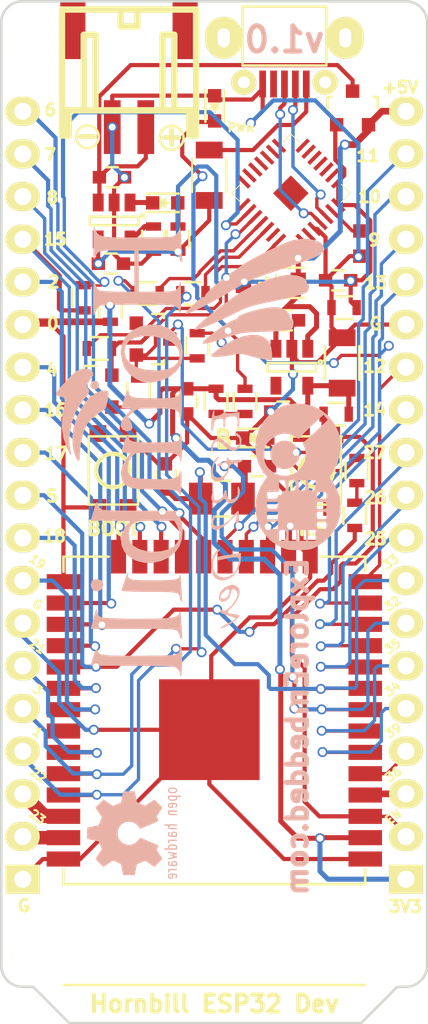
<source format=kicad_pcb>
(kicad_pcb (version 20171130) (host pcbnew "(5.1.12)-1")
  (layers (0 F.Cu signal) (31 B.Cu signal) (34 B.Paste user hide) (35 F.Paste user hide) (36 B.SilkS user hide) (37 F.SilkS user hide) (38 B.Mask user hide) (39 F.Mask user hide) (44 Edge.Cuts user))
  (net 0 "")
  (net 1 +BATT)
  (net 2 GND)
  (net 3 +5V)
  (net 4 VCC)
  (net 5 +3V3)
  (net 6 /EN)
  (net 7 /TXD0)
  (net 8 /RXD0)
  (net 9 "Net-(CON1-Pad1)")
  (net 10 "Net-(CON1-Pad2)")
  (net 11 "Net-(CON1-Pad3)")
  (net 12 "Net-(D2-Pad2)")
  (net 13 "Net-(D2-Pad1)")
  (net 14 "Net-(D3-Pad2)")
  (net 15 "Net-(D4-Pad2)")
  (net 16 "Net-(IC1-Pad5)")
  (net 17 /IO13)
  (net 18 /SENSOR_VP)
  (net 19 /SENSOR_VN)
  (net 20 /IO34)
  (net 21 /IO35)
  (net 22 /IO32)
  (net 23 /IO33)
  (net 24 /IO25)
  (net 25 /IO26)
  (net 26 /IO27)
  (net 27 /IO14)
  (net 28 /IO12)
  (net 29 /IO0)
  (net 30 /IO4)
  (net 31 /IO16)
  (net 32 /IO17)
  (net 33 /IO5)
  (net 34 /IO18)
  (net 35 /IO19)
  (net 36 /IO21)
  (net 37 /IO22)
  (net 38 /IO23)
  (net 39 /SD2)
  (net 40 /SD3)
  (net 41 /CMD)
  (net 42 /CLK)
  (net 43 /SD0)
  (net 44 /SD1)
  (net 45 /IO15)
  (net 46 /IO2)
  (net 47 "Net-(Q2-Pad1)")
  (net 48 /RTS)
  (net 49 "Net-(Q3-Pad1)")
  (net 50 /DTR)
  (net 51 "Net-(R9-Pad2)")
  (net 52 "Net-(R17-Pad1)")
  (net 53 "Net-(R13-Pad2)")
  (net 54 "Net-(R8-Pad2)")
  (net 55 "Net-(R12-Pad2)")
  (net 56 "Net-(CON1-Pad4)")
  (net 57 "Net-(M1-Pad32)")
  (net 58 "Net-(U4-Pad4)")
  (net 59 "Net-(U5-Pad1)")
  (net 60 "Net-(U5-Pad9)")
  (net 61 "Net-(U5-Pad10)")
  (net 62 "Net-(U5-Pad11)")
  (net 63 "Net-(U5-Pad12)")
  (net 64 "Net-(U5-Pad13)")
  (net 65 "Net-(U5-Pad14)")
  (net 66 "Net-(U5-Pad15)")
  (net 67 "Net-(U5-Pad16)")
  (net 68 "Net-(U5-Pad17)")
  (net 69 "Net-(U5-Pad22)")
  (net 70 "Net-(U5-Pad2)")
  (net 71 "Net-(U5-Pad27)")
  (net 72 "Net-(U5-Pad21)")
  (net 73 "Net-(U5-Pad20)")
  (net 74 "Net-(U5-Pad18)")
  (net 75 "Net-(C4-Pad2)")
  (module Hornbill:cp2102_xl2 (layer F.Cu) (at 94.615 78.74 135)
    (fp_text reference U5 hide)
    (fp_text value CP2102 hide)
    (pad 7 smd rect (at -2.49936 1.50114 135) (size 1.00076 0.23114) (layers F.Cu F.Paste F.Mask) (net 4 VCC))
    (pad 6 smd rect (at -2.49936 1.00076 135) (size 1.00076 0.23114) (layers F.Cu F.Paste F.Mask) (net 75 "Net-(C4-Pad2)"))
    (pad 5 smd rect (at -2.49936 0.50038 135) (size 1.00076 0.23114) (layers F.Cu F.Paste F.Mask) (net 10 "Net-(CON1-Pad2)"))
    (pad 4 smd rect (at -2.49936 0 135) (size 1.00076 0.23114) (layers F.Cu F.Paste F.Mask) (net 11 "Net-(CON1-Pad3)"))
    (pad 3 smd rect (at -2.49936 -0.50038 135) (size 1.00076 0.23114) (layers F.Cu F.Paste F.Mask) (net 2 GND))
    (pad 2 smd rect (at -2.49936 -1.00076 135) (size 1.00076 0.23114) (layers F.Cu F.Paste F.Mask) (net 70 "Net-(U5-Pad2)"))
    (pad 1 smd rect (at -2.49936 -1.50114 135) (size 1.00076 0.23114) (layers F.Cu F.Paste F.Mask) (net 59 "Net-(U5-Pad1)"))
    (pad 28 smd rect (at -1.50114 -2.49936 135) (size 0.23114 1.00076) (layers F.Cu F.Paste F.Mask) (net 50 /DTR))
    (pad 27 smd rect (at -1.00076 -2.49936 135) (size 0.23114 1.00076) (layers F.Cu F.Paste F.Mask) (net 71 "Net-(U5-Pad27)"))
    (pad 26 smd rect (at -0.50038 -2.49936 135) (size 0.23114 1.00076) (layers F.Cu F.Paste F.Mask) (net 54 "Net-(R8-Pad2)"))
    (pad 25 smd rect (at 0 -2.49936 135) (size 0.23114 1.00076) (layers F.Cu F.Paste F.Mask) (net 51 "Net-(R9-Pad2)"))
    (pad 24 smd rect (at 0.50038 -2.49936 135) (size 0.23114 1.00076) (layers F.Cu F.Paste F.Mask) (net 48 /RTS))
    (pad 23 smd rect (at 1.00076 -2.49936 135) (size 0.23114 1.00076) (layers F.Cu F.Paste F.Mask) (net 55 "Net-(R12-Pad2)"))
    (pad 22 smd rect (at 1.50114 -2.49936 135) (size 0.23114 1.00076) (layers F.Cu F.Paste F.Mask) (net 69 "Net-(U5-Pad22)"))
    (pad 21 smd rect (at 2.49936 -1.50114 135) (size 1.00076 0.23114) (layers F.Cu F.Paste F.Mask) (net 72 "Net-(U5-Pad21)"))
    (pad 20 smd rect (at 2.49936 -1.00076 135) (size 1.00076 0.23114) (layers F.Cu F.Paste F.Mask) (net 73 "Net-(U5-Pad20)"))
    (pad 19 smd rect (at 2.49936 -0.50038 135) (size 1.00076 0.23114) (layers F.Cu F.Paste F.Mask))
    (pad 18 smd rect (at 2.49936 0 135) (size 1.00076 0.23114) (layers F.Cu F.Paste F.Mask) (net 74 "Net-(U5-Pad18)"))
    (pad 17 smd rect (at 2.49936 0.50038 135) (size 1.00076 0.23114) (layers F.Cu F.Paste F.Mask) (net 68 "Net-(U5-Pad17)"))
    (pad 16 smd rect (at 2.49936 1.00076 135) (size 1.00076 0.23114) (layers F.Cu F.Paste F.Mask) (net 67 "Net-(U5-Pad16)"))
    (pad 15 smd rect (at 2.49936 1.50114 135) (size 1.00076 0.23114) (layers F.Cu F.Paste F.Mask) (net 66 "Net-(U5-Pad15)"))
    (pad 14 smd rect (at 1.50114 2.49936 135) (size 0.23114 1.00076) (layers F.Cu F.Paste F.Mask) (net 65 "Net-(U5-Pad14)"))
    (pad 13 smd rect (at 1.00076 2.49936 135) (size 0.23114 1.00076) (layers F.Cu F.Paste F.Mask) (net 64 "Net-(U5-Pad13)"))
    (pad 12 smd rect (at 0.50038 2.49936 135) (size 0.23114 1.00076) (layers F.Cu F.Paste F.Mask) (net 63 "Net-(U5-Pad12)"))
    (pad 11 smd rect (at 0 2.49936 135) (size 0.23114 1.00076) (layers F.Cu F.Paste F.Mask) (net 62 "Net-(U5-Pad11)"))
    (pad 10 smd rect (at -0.50038 2.49936 135) (size 0.23114 1.00076) (layers F.Cu F.Paste F.Mask) (net 61 "Net-(U5-Pad10)"))
    (pad 9 smd rect (at -1.00076 2.49936 135) (size 0.23114 1.00076) (layers F.Cu F.Paste F.Mask) (net 60 "Net-(U5-Pad9)"))
    (pad 8 smd rect (at -1.50114 2.49936 135) (size 0.23114 1.00076) (layers F.Cu F.Paste F.Mask) (net 4 VCC))
    (pad 29 smd rect (at 0 0 135) (size 1.50114 1.50114) (layers F.Cu F.Paste F.Mask))
    (pad "" smd circle (at -2.25044 -2.25044 135) (size 0.29972 0.29972) (layers F.Cu F.Paste F.Mask))
  )
  (module Hornbill:SOD-80_diode (layer F.Cu) (at 93.4212 84.074 180)
    (fp_text reference D1 hide)
    (fp_text value BAT20J hide)
    (pad 1 smd rect (at -1.635 0 180) (size 0.91 1.22) (layers F.Cu F.Paste F.Mask) (net 3 +5V))
    (pad 2 smd rect (at 1.635 0 180) (size 0.91 1.22) (layers F.Cu F.Paste F.Mask) (net 4 VCC))
  )
  (module Capacitors_SMD:C_0603 (layer F.Cu) (at 98.7044 81.7372 90)
    (fp_text reference C4 hide)
    (fp_text value 0.1uF)
    (pad 1 smd rect (at -0.75 0 90) (size 0.8 0.75) (layers F.Cu F.Paste F.Mask) (net 2 GND))
    (pad 2 smd rect (at 0.75 0 90) (size 0.8 0.75) (layers F.Cu F.Paste F.Mask) (net 75 "Net-(C4-Pad2)"))
  )
  (module Capacitors_SMD:C_0603 (layer F.Cu) (at 83.8835 82.931)
    (fp_text reference C6 hide)
    (fp_text value 4.7uF hide)
    (pad 1 smd rect (at -0.75 0) (size 0.8 0.75) (layers F.Cu F.Paste F.Mask) (net 4 VCC))
    (pad 2 smd rect (at 0.75 0) (size 0.8 0.75) (layers F.Cu F.Paste F.Mask) (net 2 GND))
  )
  (module Hornbill:JST_SMD (layer F.Cu) (at 84.963 74.803 180)
    (fp_text reference P1 hide)
    (fp_text value LIPO hide)
    (pad 1 smd rect (at -1.00076 0 180) (size 0.99568 3.2) (layers F.Cu F.Paste F.Mask) (net 1 +BATT))
    (pad 2 smd rect (at 1.00076 0 180) (size 0.99822 3.2) (layers F.Cu F.Paste F.Mask) (net 2 GND))
    (pad "" smd rect (at -3.34518 5.74802 180) (size 1.4986 3.39852) (layers F.Cu F.Paste F.Mask))
    (pad "" smd rect (at 3.34772 5.74802 180) (size 1.4986 3.39598) (layers F.Cu F.Paste F.Mask))
  )
  (module Pin_Headers:Pin_Header_Straight_1x19 (layer F.Cu) (at 78.622721 119.577474 180)
    (fp_text reference P3 hide)
    (fp_text value CONN_01X19 hide)
    (pad 1 thru_hole rect (at 0 0 180) (size 2.032 1.7272) (drill 1.016) (layers *.Cu *.Mask F.SilkS) (net 2 GND))
    (pad 2 thru_hole oval (at 0 2.54 180) (size 2.032 1.7272) (drill 1.016) (layers *.Cu *.Mask F.SilkS) (net 38 /IO23))
    (pad 3 thru_hole oval (at 0 5.08 180) (size 2.032 1.7272) (drill 1.016) (layers *.Cu *.Mask F.SilkS) (net 37 /IO22))
    (pad 4 thru_hole oval (at 0 7.62 180) (size 2.032 1.7272) (drill 1.016) (layers *.Cu *.Mask F.SilkS) (net 7 /TXD0))
    (pad 5 thru_hole oval (at 0 10.16 180) (size 2.032 1.7272) (drill 1.016) (layers *.Cu *.Mask F.SilkS) (net 8 /RXD0))
    (pad 6 thru_hole oval (at 0 12.7 180) (size 2.032 1.7272) (drill 1.016) (layers *.Cu *.Mask F.SilkS) (net 36 /IO21))
    (pad 7 thru_hole oval (at 0 15.24 180) (size 2.032 1.7272) (drill 1.016) (layers *.Cu *.Mask F.SilkS) (net 2 GND))
    (pad 8 thru_hole oval (at 0 17.78 180) (size 2.032 1.7272) (drill 1.016) (layers *.Cu *.Mask F.SilkS) (net 35 /IO19))
    (pad 9 thru_hole oval (at 0 20.32 180) (size 2.032 1.7272) (drill 1.016) (layers *.Cu *.Mask F.SilkS) (net 34 /IO18))
    (pad 10 thru_hole oval (at 0 22.86 180) (size 2.032 1.7272) (drill 1.016) (layers *.Cu *.Mask F.SilkS) (net 33 /IO5))
    (pad 11 thru_hole oval (at 0 25.4 180) (size 2.032 1.7272) (drill 1.016) (layers *.Cu *.Mask F.SilkS) (net 32 /IO17))
    (pad 12 thru_hole oval (at 0 27.94 180) (size 2.032 1.7272) (drill 1.016) (layers *.Cu *.Mask F.SilkS) (net 31 /IO16))
    (pad 13 thru_hole oval (at 0 30.48 180) (size 2.032 1.7272) (drill 1.016) (layers *.Cu *.Mask F.SilkS) (net 30 /IO4))
    (pad 14 thru_hole oval (at 0 33.02 180) (size 2.032 1.7272) (drill 1.016) (layers *.Cu *.Mask F.SilkS) (net 29 /IO0))
    (pad 15 thru_hole oval (at 0 35.56 180) (size 2.032 1.7272) (drill 1.016) (layers *.Cu *.Mask F.SilkS) (net 46 /IO2))
    (pad 16 thru_hole oval (at 0 38.1 180) (size 2.032 1.7272) (drill 1.016) (layers *.Cu *.Mask F.SilkS) (net 45 /IO15))
    (pad 17 thru_hole oval (at 0 40.64 180) (size 2.032 1.7272) (drill 1.016) (layers *.Cu *.Mask F.SilkS) (net 44 /SD1))
    (pad 18 thru_hole oval (at 0 43.18 180) (size 2.032 1.7272) (drill 1.016) (layers *.Cu *.Mask F.SilkS) (net 43 /SD0))
    (pad 19 thru_hole oval (at 0 45.72 180) (size 2.032 1.7272) (drill 1.016) (layers *.Cu *.Mask F.SilkS) (net 42 /CLK))
  )
  (module Pin_Headers:Pin_Header_Straight_1x19 (layer F.Cu) (at 101.482721 119.577474 180)
    (fp_text reference P2 hide)
    (fp_text value CONN_01X19 hide)
    (pad 1 thru_hole rect (at 0 0 180) (size 2.032 1.7272) (drill 1.016) (layers *.Cu *.Mask F.SilkS) (net 5 +3V3))
    (pad 2 thru_hole oval (at 0 2.54 180) (size 2.032 1.7272) (drill 1.016) (layers *.Cu *.Mask F.SilkS) (net 6 /EN))
    (pad 3 thru_hole oval (at 0 5.08 180) (size 2.032 1.7272) (drill 1.016) (layers *.Cu *.Mask F.SilkS) (net 18 /SENSOR_VP))
    (pad 4 thru_hole oval (at 0 7.62 180) (size 2.032 1.7272) (drill 1.016) (layers *.Cu *.Mask F.SilkS) (net 19 /SENSOR_VN))
    (pad 5 thru_hole oval (at 0 10.16 180) (size 2.032 1.7272) (drill 1.016) (layers *.Cu *.Mask F.SilkS) (net 20 /IO34))
    (pad 6 thru_hole oval (at 0 12.7 180) (size 2.032 1.7272) (drill 1.016) (layers *.Cu *.Mask F.SilkS) (net 21 /IO35))
    (pad 7 thru_hole oval (at 0 15.24 180) (size 2.032 1.7272) (drill 1.016) (layers *.Cu *.Mask F.SilkS) (net 22 /IO32))
    (pad 8 thru_hole oval (at 0 17.78 180) (size 2.032 1.7272) (drill 1.016) (layers *.Cu *.Mask F.SilkS) (net 23 /IO33))
    (pad 9 thru_hole oval (at 0 20.32 180) (size 2.032 1.7272) (drill 1.016) (layers *.Cu *.Mask F.SilkS) (net 24 /IO25))
    (pad 10 thru_hole oval (at 0 22.86 180) (size 2.032 1.7272) (drill 1.016) (layers *.Cu *.Mask F.SilkS) (net 25 /IO26))
    (pad 11 thru_hole oval (at 0 25.4 180) (size 2.032 1.7272) (drill 1.016) (layers *.Cu *.Mask F.SilkS) (net 26 /IO27))
    (pad 12 thru_hole oval (at 0 27.94 180) (size 2.032 1.7272) (drill 1.016) (layers *.Cu *.Mask F.SilkS) (net 27 /IO14))
    (pad 13 thru_hole oval (at 0 30.48 180) (size 2.032 1.7272) (drill 1.016) (layers *.Cu *.Mask F.SilkS) (net 28 /IO12))
    (pad 14 thru_hole oval (at 0 33.02 180) (size 2.032 1.7272) (drill 1.016) (layers *.Cu *.Mask F.SilkS) (net 2 GND))
    (pad 15 thru_hole oval (at 0 35.56 180) (size 2.032 1.7272) (drill 1.016) (layers *.Cu *.Mask F.SilkS) (net 17 /IO13))
    (pad 16 thru_hole oval (at 0 38.1 180) (size 2.032 1.7272) (drill 1.016) (layers *.Cu *.Mask F.SilkS) (net 39 /SD2))
    (pad 17 thru_hole oval (at 0 40.64 180) (size 2.032 1.7272) (drill 1.016) (layers *.Cu *.Mask F.SilkS) (net 40 /SD3))
    (pad 18 thru_hole oval (at 0 43.18 180) (size 2.032 1.7272) (drill 1.016) (layers *.Cu *.Mask F.SilkS) (net 41 /CMD))
    (pad 19 thru_hole oval (at 0 45.72 180) (size 2.032 1.7272) (drill 1.016) (layers *.Cu *.Mask F.SilkS) (net 3 +5V))
  )
  (module Resistors_SMD:R_0603 (layer F.Cu) (at 82.2325 84.963 90)
    (fp_text reference R12 hide)
    (fp_text value 0E hide)
    (pad 1 smd rect (at -0.75 0 90) (size 0.5 0.9) (layers F.Cu F.Paste F.Mask) (net 45 /IO15))
    (pad 2 smd rect (at 0.75 0 90) (size 0.5 0.9) (layers F.Cu F.Paste F.Mask) (net 55 "Net-(R12-Pad2)"))
  )
  (module Resistors_SMD:R_0603 (layer F.Cu) (at 88.773 84.709)
    (fp_text reference R8 hide)
    (fp_text value 0E hide)
    (pad 1 smd rect (at -0.75 0) (size 0.5 0.9) (layers F.Cu F.Paste F.Mask) (net 8 /RXD0))
    (pad 2 smd rect (at 0.75 0) (size 0.5 0.9) (layers F.Cu F.Paste F.Mask) (net 54 "Net-(R8-Pad2)"))
  )
  (module Mounting_Holes:MountingHole_2-5mm (layer F.Cu) (at 79.248 69.85 180)
    (fp_text reference U8 hide)
    (fp_text value MountingHole hide)
    (pad "" np_thru_hole circle (at 0 0 180) (size 2.5 2.5) (drill 2.5) (layers *.Cu *.Mask F.SilkS))
  )
  (module Mounting_Holes:MountingHole_2-5mm (layer F.Cu) (at 100.9015 69.85 180)
    (fp_text reference U7 hide)
    (fp_text value MountingHole hide)
    (pad "" np_thru_hole circle (at 0 0 180) (size 2.5 2.5) (drill 2.5) (layers *.Cu *.Mask F.SilkS))
  )
  (module Mounting_Holes:MountingHole_2-5mm (layer F.Cu) (at 79.23232 124.098674 180)
    (fp_text reference U9 hide)
    (fp_text value MountingHole hide)
    (pad "" np_thru_hole circle (at 0 0 180) (size 2.5 2.5) (drill 2.5) (layers *.Cu *.Mask F.SilkS))
  )
  (module Mounting_Holes:MountingHole_2-5mm (layer F.Cu) (at 100.923919 124.098675 180)
    (fp_text reference U6 hide)
    (fp_text value MountingHole hide)
    (pad "" np_thru_hole circle (at 0 0 180) (size 2.5 2.5) (drill 2.5) (layers *.Cu *.Mask F.SilkS))
  )
  (module LEDs:LED-0603 (layer F.Cu) (at 87.122 79.3115)
    (fp_text reference D2 hide)
    (fp_text value Yellow hide)
    (pad 2 smd rect (at 0.7493 0 180) (size 0.79756 0.79756) (layers F.Cu F.Paste F.Mask) (net 12 "Net-(D2-Pad2)"))
    (pad 1 smd rect (at -0.7493 0 180) (size 0.79756 0.79756) (layers F.Cu F.Paste F.Mask) (net 13 "Net-(D2-Pad1)"))
  )
  (module LEDs:LED-0603 (layer F.Cu) (at 90.0684 73.6854 270)
    (fp_text reference D3 hide)
    (fp_text value LED hide)
    (pad 2 smd rect (at 0.7493 0 90) (size 0.79756 0.79756) (layers F.Cu F.Paste F.Mask) (net 14 "Net-(D3-Pad2)"))
    (pad 1 smd rect (at -0.7493 0 90) (size 0.79756 0.79756) (layers F.Cu F.Paste F.Mask) (net 2 GND))
  )
  (module LEDs:LED-0603 (layer F.Cu) (at 92.49112 93.313875)
    (fp_text reference D4 hide)
    (fp_text value Blue hide)
    (pad 2 smd rect (at 0.7493 0 180) (size 0.79756 0.79756) (layers F.Cu F.Paste F.Mask) (net 15 "Net-(D4-Pad2)"))
    (pad 1 smd rect (at -0.7493 0 180) (size 0.79756 0.79756) (layers F.Cu F.Paste F.Mask) (net 2 GND))
  )
  (module TO_SOT_Packages_SMD:SOT-23-5 (layer F.Cu) (at 84.074 80.391 270)
    (fp_text reference IC1 hide)
    (fp_text value MCP73831 hide)
    (pad 1 smd rect (at -1.1 -0.95 270) (size 1.06 0.65) (layers F.Cu F.Paste F.Mask) (net 13 "Net-(D2-Pad1)"))
    (pad 2 smd rect (at -1.1 0 270) (size 1.06 0.65) (layers F.Cu F.Paste F.Mask) (net 2 GND))
    (pad 3 smd rect (at -1.1 0.95 270) (size 1.06 0.65) (layers F.Cu F.Paste F.Mask) (net 1 +BATT))
    (pad 4 smd rect (at 1.1 0.95 270) (size 1.06 0.65) (layers F.Cu F.Paste F.Mask) (net 4 VCC))
    (pad 5 smd rect (at 1.1 -0.95 270) (size 1.06 0.65) (layers F.Cu F.Paste F.Mask) (net 16 "Net-(IC1-Pad5)"))
  )
  (module TO_SOT_Packages_SMD:SOT-23 (layer F.Cu) (at 98.298 73.66)
    (fp_text reference Q1 hide)
    (fp_text value IRLML5203 hide)
    (pad 1 smd rect (at -0.95 1.00076) (size 0.8001 0.8001) (layers F.Cu F.Paste F.Mask) (net 4 VCC))
    (pad 2 smd rect (at 0.95 1.00076) (size 0.8001 0.8001) (layers F.Cu F.Paste F.Mask) (net 3 +5V))
    (pad 3 smd rect (at 0 -0.99822) (size 0.8001 0.8001) (layers F.Cu F.Paste F.Mask) (net 1 +BATT))
  )
  (module TO_SOT_Packages_SMD:SOT-23-5 (layer F.Cu) (at 94.675519 89.097475 270)
    (fp_text reference U4 hide)
    (fp_text value AP2112K hide)
    (pad 1 smd rect (at -1.1 -0.95 270) (size 1.06 0.65) (layers F.Cu F.Paste F.Mask) (net 3 +5V))
    (pad 2 smd rect (at -1.1 0 270) (size 1.06 0.65) (layers F.Cu F.Paste F.Mask) (net 2 GND))
    (pad 3 smd rect (at -1.1 0.95 270) (size 1.06 0.65) (layers F.Cu F.Paste F.Mask) (net 3 +5V))
    (pad 4 smd rect (at 1.1 0.95 270) (size 1.06 0.65) (layers F.Cu F.Paste F.Mask) (net 58 "Net-(U4-Pad4)"))
    (pad 5 smd rect (at 1.1 -0.95 270) (size 1.06 0.65) (layers F.Cu F.Paste F.Mask) (net 5 +3V3))
  )
  (module TO_SOT_Packages_SMD:SOT-23 (layer F.Cu) (at 86.39512 87.421074 270)
    (fp_text reference Q2 hide)
    (fp_text value S8050 hide)
    (pad 1 smd rect (at -0.95 1.00076 270) (size 0.8001 0.8001) (layers F.Cu F.Paste F.Mask) (net 47 "Net-(Q2-Pad1)"))
    (pad 2 smd rect (at 0.95 1.00076 270) (size 0.8001 0.8001) (layers F.Cu F.Paste F.Mask) (net 48 /RTS))
    (pad 3 smd rect (at 0 -0.99822 270) (size 0.8001 0.8001) (layers F.Cu F.Paste F.Mask) (net 6 /EN))
  )
  (module TO_SOT_Packages_SMD:SOT-23 (layer F.Cu) (at 82.94072 90.519874 90)
    (fp_text reference Q3 hide)
    (fp_text value S8050 hide)
    (pad 1 smd rect (at -0.95 1.00076 90) (size 0.8001 0.8001) (layers F.Cu F.Paste F.Mask) (net 49 "Net-(Q3-Pad1)"))
    (pad 2 smd rect (at 0.95 1.00076 90) (size 0.8001 0.8001) (layers F.Cu F.Paste F.Mask) (net 50 /DTR))
    (pad 3 smd rect (at 0 -0.99822 90) (size 0.8001 0.8001) (layers F.Cu F.Paste F.Mask) (net 29 /IO0))
  )
  (module Resistors_SMD:R_0603 (layer F.Cu) (at 97.79 85.5472 180)
    (fp_text reference R1 hide)
    (fp_text value 100K hide)
    (pad 1 smd rect (at -0.75 0 180) (size 0.5 0.9) (layers F.Cu F.Paste F.Mask) (net 4 VCC))
    (pad 2 smd rect (at 0.75 0 180) (size 0.5 0.9) (layers F.Cu F.Paste F.Mask) (net 2 GND))
  )
  (module Resistors_SMD:R_0603 (layer F.Cu) (at 86.4235 81.4705 270)
    (fp_text reference R2 hide)
    (fp_text value 2K hide)
    (pad 1 smd rect (at -0.75 0 270) (size 0.5 0.9) (layers F.Cu F.Paste F.Mask) (net 16 "Net-(IC1-Pad5)"))
    (pad 2 smd rect (at 0.75 0 270) (size 0.5 0.9) (layers F.Cu F.Paste F.Mask) (net 2 GND))
  )
  (module Resistors_SMD:R_0603 (layer F.Cu) (at 91.88152 91.129475 270)
    (fp_text reference R3 hide)
    (fp_text value 1K hide)
    (pad 1 smd rect (at -0.75 0 270) (size 0.5 0.9) (layers F.Cu F.Paste F.Mask) (net 14 "Net-(D3-Pad2)"))
    (pad 2 smd rect (at 0.75 0 270) (size 0.5 0.9) (layers F.Cu F.Paste F.Mask) (net 52 "Net-(R17-Pad1)"))
  )
  (module Resistors_SMD:R_0603 (layer F.Cu) (at 87.884 81.4705 90)
    (fp_text reference R4 hide)
    (fp_text value 1K hide)
    (pad 1 smd rect (at -0.75 0 90) (size 0.5 0.9) (layers F.Cu F.Paste F.Mask) (net 4 VCC))
    (pad 2 smd rect (at 0.75 0 90) (size 0.5 0.9) (layers F.Cu F.Paste F.Mask) (net 12 "Net-(D2-Pad2)"))
  )
  (module Resistors_SMD:R_0603 (layer F.Cu) (at 83.19472 87.979875)
    (fp_text reference R5 hide)
    (fp_text value 12K hide)
    (pad 1 smd rect (at -0.75 0) (size 0.5 0.9) (layers F.Cu F.Paste F.Mask) (net 47 "Net-(Q2-Pad1)"))
    (pad 2 smd rect (at 0.75 0) (size 0.5 0.9) (layers F.Cu F.Paste F.Mask) (net 50 /DTR))
  )
  (module Resistors_SMD:R_0603 (layer F.Cu) (at 85.53152 90.519874 90)
    (fp_text reference R6 hide)
    (fp_text value 12K hide)
    (pad 1 smd rect (at -0.75 0 90) (size 0.5 0.9) (layers F.Cu F.Paste F.Mask) (net 49 "Net-(Q3-Pad1)"))
    (pad 2 smd rect (at 0.75 0 90) (size 0.5 0.9) (layers F.Cu F.Paste F.Mask) (net 48 /RTS))
  )
  (module Resistors_SMD:R_0603 (layer F.Cu) (at 97.31712 91.891475 180)
    (fp_text reference R7 hide)
    (fp_text value 10K hide)
    (pad 1 smd rect (at -0.75 0 180) (size 0.5 0.9) (layers F.Cu F.Paste F.Mask) (net 5 +3V3))
    (pad 2 smd rect (at 0.75 0 180) (size 0.5 0.9) (layers F.Cu F.Paste F.Mask) (net 6 /EN))
  )
  (module Resistors_SMD:R_0603 (layer F.Cu) (at 86.0425 84.709)
    (fp_text reference R9 hide)
    (fp_text value 0E hide)
    (pad 1 smd rect (at -0.75 0) (size 0.5 0.9) (layers F.Cu F.Paste F.Mask) (net 7 /TXD0))
    (pad 2 smd rect (at 0.75 0) (size 0.5 0.9) (layers F.Cu F.Paste F.Mask) (net 51 "Net-(R9-Pad2)"))
  )
  (module Resistors_SMD:R_0603 (layer F.Cu) (at 89.027 87.8205 270)
    (fp_text reference R10 hide)
    (fp_text value 0E hide)
    (pad 1 smd rect (at -0.75 0 270) (size 0.5 0.9) (layers F.Cu F.Paste F.Mask) (net 17 /IO13))
    (pad 2 smd rect (at 0.75 0 270) (size 0.5 0.9) (layers F.Cu F.Paste F.Mask) (net 48 /RTS))
  )
  (module Resistors_SMD:R_0603 (layer F.Cu) (at 83.85512 85.643075 270)
    (fp_text reference R11 hide)
    (fp_text value 10K hide)
    (pad 1 smd rect (at -0.75 0 270) (size 0.5 0.9) (layers F.Cu F.Paste F.Mask) (net 5 +3V3))
    (pad 2 smd rect (at 0.75 0 270) (size 0.5 0.9) (layers F.Cu F.Paste F.Mask) (net 29 /IO0))
  )
  (module Resistors_SMD:R_0603 (layer F.Cu) (at 98.552 95.25 270)
    (fp_text reference R13 hide)
    (fp_text value 330E hide)
    (pad 1 smd rect (at -0.75 0 270) (size 0.5 0.9) (layers F.Cu F.Paste F.Mask) (net 15 "Net-(D4-Pad2)"))
    (pad 2 smd rect (at 0.75 0 270) (size 0.5 0.9) (layers F.Cu F.Paste F.Mask) (net 53 "Net-(R13-Pad2)"))
  )
  (module Capacitors_SMD:C_0603 (layer F.Cu) (at 83.947 77.7875)
    (fp_text reference C1 hide)
    (fp_text value 4.7uF hide)
    (pad 1 smd rect (at -0.75 0) (size 0.8 0.75) (layers F.Cu F.Paste F.Mask) (net 1 +BATT))
    (pad 2 smd rect (at 0.75 0) (size 0.8 0.75) (layers F.Cu F.Paste F.Mask) (net 2 GND))
  )
  (module Capacitors_SMD:C_0603 (layer F.Cu) (at 94.31992 86.303475)
    (fp_text reference C2 hide)
    (fp_text value 1uF hide)
    (pad 1 smd rect (at -0.75 0) (size 0.8 0.75) (layers F.Cu F.Paste F.Mask) (net 3 +5V))
    (pad 2 smd rect (at 0.75 0) (size 0.8 0.75) (layers F.Cu F.Paste F.Mask) (net 2 GND))
  )
  (module Capacitors_SMD:C_0603 (layer F.Cu) (at 97.4344 83.9216)
    (fp_text reference C3 hide)
    (fp_text value 0.1uF hide)
    (pad 1 smd rect (at -0.75 0) (size 0.8 0.75) (layers F.Cu F.Paste F.Mask) (net 2 GND))
    (pad 2 smd rect (at 0.75 0) (size 0.8 0.75) (layers F.Cu F.Paste F.Mask) (net 4 VCC))
  )
  (module Capacitors_SMD:C_0603 (layer F.Cu) (at 94.167521 91.739074 180)
    (fp_text reference C5 hide)
    (fp_text value 2.2uF hide)
    (pad 1 smd rect (at -0.75 0 180) (size 0.8 0.75) (layers F.Cu F.Paste F.Mask) (net 5 +3V3))
    (pad 2 smd rect (at 0.75 0 180) (size 0.8 0.75) (layers F.Cu F.Paste F.Mask) (net 2 GND))
  )
  (module Capacitors_SMD:C_1206 (layer F.Cu) (at 97.67272 88.843474 90)
    (fp_text reference C7 hide)
    (fp_text value 100uF hide)
    (pad 1 smd rect (at -1.5 0 90) (size 1 1.6) (layers F.Cu F.Paste F.Mask) (net 5 +3V3))
    (pad 2 smd rect (at 1.5 0 90) (size 1 1.6) (layers F.Cu F.Paste F.Mask) (net 2 GND))
  )
  (module Capacitors_SMD:C_0603 (layer F.Cu) (at 92.592719 94.990275)
    (fp_text reference C8 hide)
    (fp_text value 15pF hide)
    (pad 1 smd rect (at -0.75 0) (size 0.8 0.75) (layers F.Cu F.Paste F.Mask) (net 22 /IO32))
    (pad 2 smd rect (at 0.75 0) (size 0.8 0.75) (layers F.Cu F.Paste F.Mask) (net 2 GND))
  )
  (module Capacitors_SMD:C_0603 (layer F.Cu) (at 88.42712 91.129475 270)
    (fp_text reference C9 hide)
    (fp_text value 100nF hide)
    (pad 1 smd rect (at -0.75 0 270) (size 0.8 0.75) (layers F.Cu F.Paste F.Mask) (net 5 +3V3))
    (pad 2 smd rect (at 0.75 0 270) (size 0.8 0.75) (layers F.Cu F.Paste F.Mask) (net 2 GND))
  )
  (module Capacitors_SMD:C_0603 (layer F.Cu) (at 87.15712 95.599875 90)
    (fp_text reference C10 hide)
    (fp_text value 15pF hide)
    (pad 1 smd rect (at -0.75 0 90) (size 0.8 0.75) (layers F.Cu F.Paste F.Mask) (net 23 /IO33))
    (pad 2 smd rect (at 0.75 0 90) (size 0.8 0.75) (layers F.Cu F.Paste F.Mask) (net 2 GND))
  )
  (module Resistors_SMD:R_0603 (layer F.Cu) (at 98.425 97.917 90)
    (fp_text reference R16 hide)
    (fp_text value 0E hide)
    (pad 1 smd rect (at -0.75 0 90) (size 0.5 0.9) (layers F.Cu F.Paste F.Mask) (net 33 /IO5))
    (pad 2 smd rect (at 0.75 0 90) (size 0.5 0.9) (layers F.Cu F.Paste F.Mask) (net 53 "Net-(R13-Pad2)"))
  )
  (module Resistors_SMD:R_0603 (layer F.Cu) (at 90.15432 91.129475 90)
    (fp_text reference R17 hide)
    (fp_text value 0E hide)
    (pad 1 smd rect (at -0.75 0 90) (size 0.5 0.9) (layers F.Cu F.Paste F.Mask) (net 52 "Net-(R17-Pad1)"))
    (pad 2 smd rect (at 0.75 0 90) (size 0.5 0.9) (layers F.Cu F.Paste F.Mask) (net 5 +3V3))
  )
  (module Hornbill:USB_Micro-B_SMD_NEW_1 (layer F.Cu) (at 94.234 72.136 270)
    (fp_text reference CON1 hide)
    (fp_text value USB-MINI-B hide)
    (pad 1 smd rect (at 0.1 -1.3 270) (size 1.6 0.4) (layers F.Cu F.Paste F.Mask) (net 9 "Net-(CON1-Pad1)"))
    (pad 2 smd rect (at 0.1 -0.65 270) (size 1.6 0.4) (layers F.Cu F.Paste F.Mask) (net 10 "Net-(CON1-Pad2)"))
    (pad 3 smd rect (at 0.1 0 270) (size 1.6 0.4) (layers F.Cu F.Paste F.Mask) (net 11 "Net-(CON1-Pad3)"))
    (pad 4 smd rect (at 0.1 0.65 270) (size 1.6 0.4) (layers F.Cu F.Paste F.Mask) (net 56 "Net-(CON1-Pad4)"))
    (pad 5 smd rect (at 0.1 1.3 270) (size 1.6 0.4) (layers F.Cu F.Paste F.Mask) (net 2 GND))
    (pad "" thru_hole circle (at 0 -2.425 270) (size 1.5 1.5) (drill 0.71) (layers *.Cu *.Mask F.SilkS))
    (pad "" thru_hole oval (at -2.65 -3.625 270) (size 2.5 2.2) (drill oval 1.15 0.72) (layers *.Cu *.Mask F.SilkS))
    (pad "" thru_hole circle (at 0 2.425 270) (size 1.5 1.5) (drill 0.71) (layers *.Cu *.Mask F.SilkS))
    (pad "" thru_hole oval (at -2.65 3.625 270) (size 2.5 2.2) (drill oval 1.15 0.72) (layers *.Cu *.Mask F.SilkS))
  )
  (module Hornbill:ESP-32S (layer F.Cu) (at 90.052721 113.125875 180)
    (fp_text reference M1 hide)
    (fp_text value ESP-WROOM-32 hide)
    (pad 1 smd rect (at -9 -5.25 180) (size 2 0.9) (layers F.Cu F.Paste F.Mask) (net 2 GND))
    (pad 2 smd rect (at -9 -3.98 180) (size 2 0.9) (layers F.Cu F.Paste F.Mask) (net 5 +3V3))
    (pad 3 smd rect (at -9 -2.71 180) (size 2 0.9) (layers F.Cu F.Paste F.Mask) (net 6 /EN))
    (pad 4 smd rect (at -9 -1.44 180) (size 2 0.9) (layers F.Cu F.Paste F.Mask) (net 18 /SENSOR_VP))
    (pad 5 smd rect (at -9 -0.17 180) (size 2 0.9) (layers F.Cu F.Paste F.Mask) (net 19 /SENSOR_VN))
    (pad 6 smd rect (at -9 1.1 180) (size 2 0.9) (layers F.Cu F.Paste F.Mask) (net 20 /IO34))
    (pad 7 smd rect (at -9 2.37 180) (size 2 0.9) (layers F.Cu F.Paste F.Mask) (net 21 /IO35))
    (pad 8 smd rect (at -9 3.64 180) (size 2 0.9) (layers F.Cu F.Paste F.Mask) (net 22 /IO32))
    (pad 9 smd rect (at -9 4.91 180) (size 2 0.9) (layers F.Cu F.Paste F.Mask) (net 23 /IO33))
    (pad 10 smd rect (at -9 6.18 180) (size 2 0.9) (layers F.Cu F.Paste F.Mask) (net 24 /IO25))
    (pad 11 smd rect (at -9 7.45 180) (size 2 0.9) (layers F.Cu F.Paste F.Mask) (net 25 /IO26))
    (pad 12 smd rect (at -9 8.72 180) (size 2 0.9) (layers F.Cu F.Paste F.Mask) (net 26 /IO27))
    (pad 13 smd rect (at -9 9.99 180) (size 2 0.9) (layers F.Cu F.Paste F.Mask) (net 27 /IO14))
    (pad 14 smd rect (at -9 11.26 180) (size 2 0.9) (layers F.Cu F.Paste F.Mask) (net 28 /IO12))
    (pad 38 smd rect (at 9 -5.25 180) (size 2 0.9) (layers F.Cu F.Paste F.Mask) (net 2 GND))
    (pad 25 smd rect (at 9 11.26 180) (size 2 0.9) (layers F.Cu F.Paste F.Mask) (net 29 /IO0))
    (pad 26 smd rect (at 9 9.99 180) (size 2 0.9) (layers F.Cu F.Paste F.Mask) (net 30 /IO4))
    (pad 27 smd rect (at 9 8.72 180) (size 2 0.9) (layers F.Cu F.Paste F.Mask) (net 31 /IO16))
    (pad 28 smd rect (at 9 7.45 180) (size 2 0.9) (layers F.Cu F.Paste F.Mask) (net 32 /IO17))
    (pad 29 smd rect (at 9 6.18 180) (size 2 0.9) (layers F.Cu F.Paste F.Mask) (net 33 /IO5))
    (pad 30 smd rect (at 9 4.91 180) (size 2 0.9) (layers F.Cu F.Paste F.Mask) (net 34 /IO18))
    (pad 31 smd rect (at 9 3.64 180) (size 2 0.9) (layers F.Cu F.Paste F.Mask) (net 35 /IO19))
    (pad 32 smd rect (at 9 2.37 180) (size 2 0.9) (layers F.Cu F.Paste F.Mask) (net 57 "Net-(M1-Pad32)"))
    (pad 33 smd rect (at 9 1.1 180) (size 2 0.9) (layers F.Cu F.Paste F.Mask) (net 36 /IO21))
    (pad 34 smd rect (at 9 -0.17 180) (size 2 0.9) (layers F.Cu F.Paste F.Mask) (net 8 /RXD0))
    (pad 35 smd rect (at 9 -1.44 180) (size 2 0.9) (layers F.Cu F.Paste F.Mask) (net 7 /TXD0))
    (pad 36 smd rect (at 9 -2.71 180) (size 2 0.9) (layers F.Cu F.Paste F.Mask) (net 37 /IO22))
    (pad 37 smd rect (at 9 -3.98 180) (size 2 0.9) (layers F.Cu F.Paste F.Mask) (net 38 /IO23))
    (pad 15 smd rect (at -5.715 12.75 270) (size 2 0.9) (layers F.Cu F.Paste F.Mask) (net 2 GND))
    (pad 16 smd rect (at -4.43 12.75 270) (size 2 0.9) (layers F.Cu F.Paste F.Mask) (net 17 /IO13))
    (pad 17 smd rect (at -3.175 12.75 270) (size 2 0.9) (layers F.Cu F.Paste F.Mask) (net 39 /SD2))
    (pad 18 smd rect (at -1.905 12.75 270) (size 2 0.9) (layers F.Cu F.Paste F.Mask) (net 40 /SD3))
    (pad 19 smd rect (at -0.635 12.75 270) (size 2 0.9) (layers F.Cu F.Paste F.Mask) (net 41 /CMD))
    (pad 20 smd rect (at 0.635 12.75 270) (size 2 0.9) (layers F.Cu F.Paste F.Mask) (net 42 /CLK))
    (pad 21 smd rect (at 1.905 12.75 270) (size 2 0.9) (layers F.Cu F.Paste F.Mask) (net 43 /SD0))
    (pad 22 smd rect (at 3.175 12.75 270) (size 2 0.9) (layers F.Cu F.Paste F.Mask) (net 44 /SD1))
    (pad 23 smd rect (at 4.445 12.75 270) (size 2 0.9) (layers F.Cu F.Paste F.Mask) (net 45 /IO15))
    (pad 24 smd rect (at 5.715 12.75 270) (size 2 0.9) (layers F.Cu F.Paste F.Mask) (net 46 /IO2))
    (pad 1 smd rect (at 0.3 2.45 270) (size 6 6) (layers F.Cu F.Paste F.Mask) (net 2 GND))
  )
  (module Hornbill:smd_push2_New (layer F.Cu) (at 96.14872 95.244275 270)
    (fp_text reference SW1 hide)
    (fp_text value SW_PUSH hide)
    (pad 1 smd rect (at -2.2 -0.9 270) (size 1.00076 1.00076) (layers F.Cu F.Paste F.Mask) (net 6 /EN))
    (pad 2 smd rect (at 2.2 0.9 270) (size 1.00076 1.00076) (layers F.Cu F.Paste F.Mask) (net 2 GND))
    (pad 3 smd rect (at -2.2 0.9 270) (size 1.00076 1.00076) (layers F.Cu F.Paste F.Mask))
    (pad 4 smd rect (at 2.2 -0.9 270) (size 1.00076 1.00076) (layers F.Cu F.Paste F.Mask))
  )
  (module Hornbill:smd_push2_New (layer F.Cu) (at 84.00752 95.244275 90)
    (fp_text reference SW2 hide)
    (fp_text value SW_PUSH hide)
    (pad 1 smd rect (at -2.2 -0.9 90) (size 1.00076 1.00076) (layers F.Cu F.Paste F.Mask) (net 29 /IO0))
    (pad 2 smd rect (at 2.2 0.9 90) (size 1.00076 1.00076) (layers F.Cu F.Paste F.Mask) (net 2 GND))
    (pad 3 smd rect (at -2.2 0.9 90) (size 1.00076 1.00076) (layers F.Cu F.Paste F.Mask))
    (pad 4 smd rect (at 2.2 -0.9 90) (size 1.00076 1.00076) (layers F.Cu F.Paste F.Mask))
  )
  (module Hornbill:Logo_silk_OSHW_6x6mm (layer B.Cu) (at 84.709 116.84 270)
    (fp_text reference U1 hide)
    (fp_text value OSH_Symbol hide)
  )
  (module Hornbill:Hornbill_ESP32_Dev (layer B.Cu) (at 88.5 94 270)
    (fp_text reference U2 hide)
    (fp_text value EE_Logo hide)
  )
  (module Hornbill:Logo_8 (layer B.Cu) (at 95 95.5 270)
    (fp_text reference U3 hide)
    (fp_text value EE_Logo hide)
  )
  (module Hornbill:SMD_RTC_Crstl (layer F.Cu) (at 90.56072 96.920675 180)
    (fp_text reference Y1 hide)
    (fp_text value "32.768KHz RTC Crystal" hide)
    (pad 1 smd rect (at -1.2 0 180) (size 1.4 1.9) (layers F.Cu F.Paste F.Mask) (net 22 /IO32))
    (pad 2 smd rect (at 1.3208 0 180) (size 1.4 1.9) (layers F.Cu F.Paste F.Mask) (net 23 /IO33))
  )
  (module Hornbill:Fuse_500mA (layer F.Cu) (at 89.74792 77.667476 90)
    (fp_text reference F1 hide)
    (fp_text value 500mA hide)
    (pad 1 smd rect (at -1.5 0 90) (size 1 1.6) (layers F.Cu F.Paste F.Mask) (net 4 VCC))
    (pad 2 smd rect (at 1.5 0 90) (size 1 1.6) (layers F.Cu F.Paste F.Mask) (net 9 "Net-(CON1-Pad1)"))
  )
  (gr_text B (at 90.6145 93.4085) (layer F.SilkS) (effects (font (size 1.016 1.016) (thickness 0.254))))
  (gr_text PWR (at 91.6432 74.8284) (layer F.SilkS) (effects (font (size 0.508 0.508) (thickness 0.127))))
  (gr_text BOOT (at 84.0232 98.7044) (layer F.SilkS) (effects (font (size 0.8 0.8) (thickness 0.2))))
  (gr_text RST (at 96.1644 98.7044) (layer F.SilkS) (effects (font (size 0.8 0.8) (thickness 0.2))))
  (gr_text "v1.0\n" (at 94.234 69.596) (layer B.SilkS) (effects (font (size 1.5 1.5) (thickness 0.3)) (justify mirror)))
  (gr_text 23 (at 79.502 115.8748 324) (layer F.SilkS) (effects (font (size 0.5 0.5) (thickness 0.125))))
  (gr_text 22 (at 79.5528 113.3856 324) (layer F.SilkS) (effects (font (size 0.5 0.5) (thickness 0.125))))
  (gr_text 1 (at 79.502 110.8456 324) (layer F.SilkS) (effects (font (size 0.5 0.5) (thickness 0.125))))
  (gr_text 3 (at 79.502 108.3056 324) (layer F.SilkS) (effects (font (size 0.5 0.5) (thickness 0.125))))
  (gr_text 21 (at 79.502 105.7148 324) (layer F.SilkS) (effects (font (size 0.5 0.5) (thickness 0.125))))
  (gr_text 19 (at 79.502 100.6856 324) (layer F.SilkS) (effects (font (size 0.5 0.5) (thickness 0.125))))
  (gr_text G (at 79.502 103.2256 324) (layer F.SilkS) (effects (font (size 0.5 0.5) (thickness 0.125))))
  (gr_text G (at 78.6892 121.158) (layer F.SilkS) (effects (font (size 0.7 0.7) (thickness 0.175))))
  (gr_text EN (at 100.7364 115.8748 36) (layer F.SilkS) (effects (font (size 0.5 0.5) (thickness 0.125))))
  (gr_text 36 (at 100.7364 113.3348 36) (layer F.SilkS) (effects (font (size 0.5 0.5) (thickness 0.125))))
  (gr_text 39 (at 100.7364 110.744 36) (layer F.SilkS) (effects (font (size 0.5 0.5) (thickness 0.125))))
  (gr_text 34 (at 100.6856 108.2548 36) (layer F.SilkS) (effects (font (size 0.5 0.5) (thickness 0.125))))
  (gr_text 35 (at 100.6856 105.7148 36) (layer F.SilkS) (effects (font (size 0.5 0.5) (thickness 0.125))))
  (gr_text "32\n" (at 100.6856 103.1748 36) (layer F.SilkS) (effects (font (size 0.5 0.5) (thickness 0.125))))
  (gr_text 33 (at 100.584 100.6856 36) (layer F.SilkS) (effects (font (size 0.5 0.5) (thickness 0.125))))
  (gr_text G (at 99.6696 86.5124) (layer F.SilkS) (effects (font (size 0.7 0.7) (thickness 0.175))))
  (gr_text "Hornbill ESP32 Dev\n" (at 90.043 127) (layer F.SilkS) (effects (font (size 1 1) (thickness 0.25))))
  (gr_text 3V3 (at 101.4476 121.2088) (layer F.SilkS) (effects (font (size 0.7 0.7) (thickness 0.175))))
  (gr_text 18 (at 80.518 99.1616) (layer F.SilkS) (effects (font (size 0.7 0.7) (thickness 0.175))))
  (gr_text 5 (at 80.3656 96.774) (layer F.SilkS) (effects (font (size 0.7 0.7) (thickness 0.175))))
  (gr_text 17 (at 80.6196 94.234) (layer F.SilkS) (effects (font (size 0.7 0.7) (thickness 0.175))))
  (gr_text 16 (at 80.5688 91.6432) (layer F.SilkS) (effects (font (size 0.7 0.7) (thickness 0.175))))
  (gr_text 4 (at 80.3656 89.2556) (layer F.SilkS) (effects (font (size 0.7 0.7) (thickness 0.175))))
  (gr_text 0 (at 80.4164 86.5124) (layer F.SilkS) (effects (font (size 0.7 0.7) (thickness 0.175))))
  (gr_text "2\n" (at 80.4672 84.0232) (layer F.SilkS) (effects (font (size 0.7 0.7) (thickness 0.175))))
  (gr_text 15 (at 80.5688 81.4832) (layer F.SilkS) (effects (font (size 0.7 0.7) (thickness 0.175))))
  (gr_text 8 (at 80.391 78.994) (layer F.SilkS) (effects (font (size 0.7 0.7) (thickness 0.175))))
  (gr_text 7 (at 80.264 76.454) (layer F.SilkS) (effects (font (size 0.7 0.7) (thickness 0.175))))
  (gr_text "6\n" (at 80.264 73.787) (layer F.SilkS) (effects (font (size 0.7 0.7) (thickness 0.175))))
  (gr_text +5V (at 101.1428 72.4408) (layer F.SilkS) (effects (font (size 0.7 0.7) (thickness 0.175))))
  (gr_text 11 (at 99.2124 76.5048) (layer F.SilkS) (effects (font (size 0.7 0.7) (thickness 0.175))))
  (gr_text 9 (at 99.568 81.534) (layer F.SilkS) (effects (font (size 0.7 0.7) (thickness 0.175))))
  (gr_text 13 (at 99.6696 84.074) (layer F.SilkS) (effects (font (size 0.7 0.7) (thickness 0.175))))
  (gr_text 12 (at 99.6188 89.0524) (layer F.SilkS) (effects (font (size 0.7 0.7) (thickness 0.175))))
  (gr_text "14\n" (at 99.6188 91.6432) (layer F.SilkS) (effects (font (size 0.7 0.7) (thickness 0.175))))
  (gr_text 27 (at 99.6188 94.1832) (layer F.SilkS) (effects (font (size 0.7 0.7) (thickness 0.175))))
  (gr_text 10 (at 99.314 78.9432) (layer F.SilkS) (effects (font (size 0.7 0.7) (thickness 0.175))))
  (gr_text 26 (at 99.6696 96.8756) (layer F.SilkS) (effects (font (size 0.7 0.7) (thickness 0.175))))
  (gr_text 25 (at 99.6696 99.314) (layer F.SilkS) (effects (font (size 0.7 0.7) (thickness 0.175))))
  (gr_text - (at 82.4865 75.438 180) (layer F.SilkS) (effects (font (size 1.143 1.143) (thickness 0.28575))))
  (gr_text + (at 87.503 75.5015 180) (layer F.SilkS) (effects (font (size 1.143 1.143) (thickness 0.28575))))
  (gr_text ExploreEmbedded.com (at 95 110.5 90) (layer B.SilkS) (effects (font (size 1.2 1.2) (thickness 0.3)) (justify mirror)))
  (gr_circle (center 82.4865 75.3745) (end 82.042 74.8665) (layer F.SilkS) (width 0.15))
  (gr_circle (center 87.503 75.438) (end 87.1855 74.803) (layer F.SilkS) (width 0.15))
  (gr_line (start 98.806 128.143) (end 99.06 127.889) (angle 90) (layer Edge.Cuts) (width 0.15))
  (gr_line (start 81.407 128.143) (end 98.806 128.143) (angle 90) (layer Edge.Cuts) (width 0.15))
  (gr_line (start 81.153 127.889) (end 81.407 128.143) (angle 90) (layer Edge.Cuts) (width 0.15))
  (gr_line (start 77.343 124.714) (end 77.343 68.58) (angle 90) (layer Edge.Cuts) (width 0.15))
  (gr_line (start 79.248 125.984) (end 78.613 125.984) (angle 90) (layer Edge.Cuts) (width 0.15))
  (gr_line (start 101.473 125.984) (end 100.965 125.984) (angle 90) (layer Edge.Cuts) (width 0.15))
  (gr_line (start 102.743 68.58) (end 102.743 124.714) (angle 90) (layer Edge.Cuts) (width 0.15))
  (gr_line (start 78.613 67.31) (end 101.473 67.31) (angle 90) (layer Edge.Cuts) (width 0.15))
  (gr_line (start 81.153 127.889) (end 79.248 125.984) (angle 90) (layer Edge.Cuts) (width 0.15))
  (gr_line (start 100.965 125.984) (end 99.06 127.889) (angle 90) (layer Edge.Cuts) (width 0.15))
  (gr_arc (start 78.613 68.58) (end 77.343 68.58) (angle 90) (layer Edge.Cuts) (width 0.15))
  (gr_arc (start 101.473 68.58) (end 101.473 67.31) (angle 90) (layer Edge.Cuts) (width 0.15))
  (gr_arc (start 101.473 124.714) (end 102.743 124.714) (angle 90) (layer Edge.Cuts) (width 0.15))
  (gr_arc (start 78.613 124.714) (end 78.613 125.984) (angle 90) (layer Edge.Cuts) (width 0.15))
  (via (at 98.64344 82.51952) (size 0.6) (drill 0.4) (layers F.Cu B.Cu) (net 2))
  (via (at 92.23248 74.549) (size 0.6) (drill 0.4) (layers F.Cu B.Cu) (net 2))
  (via (at 94.742 89.51468) (size 0.6) (drill 0.4) (layers F.Cu B.Cu) (net 2))
  (via (at 82.85988 110.68304) (size 0.6) (drill 0.4) (layers F.Cu B.Cu) (net 2))
  (via (at 91.83624 84.00796) (size 0.6) (drill 0.4) (layers F.Cu B.Cu) (net 4))
  (segment (start 85.96376 76.653) (end 85.96376 74.803) (width 0.25) (layer F.Cu) (net 1))
  (segment (start 85.479261 77.137499) (end 85.96376 76.653) (width 0.25) (layer F.Cu) (net 1))
  (segment (start 83.847001 77.137499) (end 85.479261 77.137499) (width 0.25) (layer F.Cu) (net 1))
  (segment (start 83.197 77.7875) (end 83.847001 77.137499) (width 0.25) (layer F.Cu) (net 1))
  (segment (start 83.197 79.218) (end 83.124 79.291) (width 0.25) (layer F.Cu) (net 1))
  (segment (start 83.197 77.7875) (end 83.197 79.218) (width 0.25) (layer F.Cu) (net 1))
  (segment (start 83.188129 77.778629) (end 83.197 77.7875) (width 0.25) (layer F.Cu) (net 1))
  (segment (start 83.188129 72.982999) (end 83.188129 77.778629) (width 0.25) (layer F.Cu) (net 1))
  (segment (start 85.060129 71.110999) (end 83.188129 72.982999) (width 0.25) (layer F.Cu) (net 1))
  (segment (start 98.298 72.01173) (end 97.397269 71.110999) (width 0.25) (layer F.Cu) (net 1))
  (segment (start 97.397269 71.110999) (end 85.060129 71.110999) (width 0.25) (layer F.Cu) (net 1))
  (segment (start 98.298 72.66178) (end 98.298 72.01173) (width 0.25) (layer F.Cu) (net 1))
  (segment (start 90.060299 72.927999) (end 90.0684 72.9361) (width 0.25) (layer F.Cu) (net 2))
  (segment (start 83.987241 72.927999) (end 90.060299 72.927999) (width 0.25) (layer F.Cu) (net 2))
  (segment (start 83.96224 72.953) (end 83.987241 72.927999) (width 0.25) (layer F.Cu) (net 2))
  (segment (start 83.96224 74.803) (end 83.96224 74.803) (width 0.25) (layer F.Cu) (net 2))
  (segment (start 92.934 72.528002) (end 92.934 72.236) (width 0.25) (layer F.Cu) (net 2))
  (segment (start 92.301001 73.161001) (end 92.934 72.528002) (width 0.25) (layer F.Cu) (net 2))
  (segment (start 90.293301 73.161001) (end 92.301001 73.161001) (width 0.25) (layer F.Cu) (net 2))
  (segment (start 90.0684 72.9361) (end 90.293301 73.161001) (width 0.25) (layer F.Cu) (net 2))
  (segment (start 84.074 78.4105) (end 84.074 79.291) (width 0.25) (layer F.Cu) (net 2))
  (segment (start 84.697 77.7875) (end 84.68903 77.79547) (width 0.25) (layer F.Cu) (net 2))
  (segment (start 84.074 82.3715) (end 84.6335 82.931) (width 0.25) (layer F.Cu) (net 2))
  (segment (start 84.074 79.291) (end 84.074 82.3715) (width 0.25) (layer F.Cu) (net 2))
  (segment (start 85.713 82.931) (end 86.4235 82.2205) (width 0.25) (layer F.Cu) (net 2))
  (segment (start 84.6335 82.931) (end 85.713 82.931) (width 0.25) (layer F.Cu) (net 2))
  (segment (start 98.1188 82.4872) (end 98.7044 82.4872) (width 0.25) (layer F.Cu) (net 2))
  (segment (start 96.6844 83.9216) (end 98.1188 82.4872) (width 0.25) (layer F.Cu) (net 2))
  (segment (start 97.04 86.710754) (end 97.67272 87.343474) (width 0.25) (layer F.Cu) (net 2))
  (segment (start 97.04 85.5472) (end 97.04 86.710754) (width 0.25) (layer F.Cu) (net 2))
  (segment (start 94.675519 86.697876) (end 94.675519 87.997475) (width 0.25) (layer F.Cu) (net 2))
  (segment (start 95.06992 86.303475) (end 94.675519 86.697876) (width 0.25) (layer F.Cu) (net 2))
  (segment (start 96.213718 88.802476) (end 97.67272 87.343474) (width 0.25) (layer F.Cu) (net 2))
  (segment (start 95.080518 88.802476) (end 96.213718 88.802476) (width 0.25) (layer F.Cu) (net 2))
  (segment (start 94.675519 88.397477) (end 95.080518 88.802476) (width 0.25) (layer F.Cu) (net 2))
  (segment (start 94.675519 87.997475) (end 94.675519 88.397477) (width 0.25) (layer F.Cu) (net 2))
  (segment (start 97.04 84.2772) (end 96.6844 83.9216) (width 0.25) (layer F.Cu) (net 2))
  (segment (start 97.04 85.5472) (end 97.04 84.2772) (width 0.25) (layer F.Cu) (net 2))
  (segment (start 91.84272 93.313875) (end 93.416498 91.740098) (width 0.25) (layer F.Cu) (net 2))
  (segment (start 91.74182 93.313875) (end 91.84272 93.313875) (width 0.25) (layer F.Cu) (net 2))
  (segment (start 89.86152 93.313875) (end 88.42712 91.879475) (width 0.25) (layer F.Cu) (net 2))
  (segment (start 91.74182 93.313875) (end 89.86152 93.313875) (width 0.25) (layer F.Cu) (net 2))
  (segment (start 88.42712 93.579875) (end 87.15712 94.849875) (width 0.25) (layer F.Cu) (net 2))
  (segment (start 88.42712 91.879475) (end 88.42712 93.579875) (width 0.25) (layer F.Cu) (net 2))
  (segment (start 86.71312 94.849875) (end 84.90752 93.044275) (width 0.25) (layer F.Cu) (net 2))
  (segment (start 87.15712 94.849875) (end 86.71312 94.849875) (width 0.25) (layer F.Cu) (net 2))
  (segment (start 91.74182 93.389376) (end 93.342719 94.990275) (width 0.25) (layer F.Cu) (net 2))
  (segment (start 91.74182 93.313875) (end 91.74182 93.389376) (width 0.25) (layer F.Cu) (net 2))
  (segment (start 93.342719 95.538274) (end 95.24872 97.444275) (width 0.25) (layer F.Cu) (net 2))
  (segment (start 93.342719 94.990275) (end 93.342719 95.538274) (width 0.25) (layer F.Cu) (net 2))
  (segment (start 95.24872 99.856874) (end 95.767721 100.375875) (width 0.25) (layer F.Cu) (net 2))
  (segment (start 95.24872 97.444275) (end 95.24872 99.856874) (width 0.25) (layer F.Cu) (net 2))
  (segment (start 89.865721 110.562875) (end 89.752721 110.675875) (width 0.25) (layer F.Cu) (net 2))
  (segment (start 89.865721 106.285677) (end 89.865721 110.562875) (width 0.25) (layer F.Cu) (net 2))
  (segment (start 92.157408 103.99399) (end 89.865721 106.285677) (width 0.25) (layer F.Cu) (net 2))
  (segment (start 93.399606 103.99399) (end 92.157408 103.99399) (width 0.25) (layer F.Cu) (net 2))
  (segment (start 95.767721 101.625875) (end 93.399606 103.99399) (width 0.25) (layer F.Cu) (net 2))
  (segment (start 95.767721 100.375875) (end 95.767721 101.625875) (width 0.25) (layer F.Cu) (net 2))
  (segment (start 94.202721 118.375875) (end 99.052721 118.375875) (width 0.25) (layer F.Cu) (net 2))
  (segment (start 89.752721 113.925875) (end 94.202721 118.375875) (width 0.25) (layer F.Cu) (net 2))
  (segment (start 89.752721 110.675875) (end 89.752721 113.925875) (width 0.25) (layer F.Cu) (net 2))
  (segment (start 82.370587 110.68304) (end 82.85988 110.68304) (width 0.25) (layer B.Cu) (net 2))
  (segment (start 80.800729 109.113182) (end 82.370587 110.68304) (width 0.25) (layer B.Cu) (net 2))
  (segment (start 80.800729 107.292845) (end 80.800729 109.113182) (width 0.25) (layer B.Cu) (net 2))
  (segment (start 78.622721 105.114837) (end 80.800729 107.292845) (width 0.25) (layer B.Cu) (net 2))
  (segment (start 78.622721 104.337474) (end 78.622721 105.114837) (width 0.25) (layer B.Cu) (net 2))
  (segment (start 89.745556 110.68304) (end 89.752721 110.675875) (width 0.25) (layer F.Cu) (net 2))
  (segment (start 82.85988 110.68304) (end 89.745556 110.68304) (width 0.25) (layer F.Cu) (net 2))
  (segment (start 84.68903 77.79547) (end 84.074 78.4105) (width 0.25) (layer F.Cu) (net 2))
  (via (at 84.68903 77.79547) (size 0.6) (drill 0.4) (layers F.Cu B.Cu) (net 2))
  (segment (start 83.96224 74.803) (end 83.96224 72.953) (width 0.25) (layer F.Cu) (net 2))
  (via (at 83.96224 74.803) (size 0.6) (drill 0.4) (layers F.Cu B.Cu) (net 2))
  (segment (start 83.96224 77.06868) (end 84.68903 77.79547) (width 0.25) (layer B.Cu) (net 2))
  (segment (start 83.96224 74.803) (end 83.96224 77.06868) (width 0.25) (layer B.Cu) (net 2))
  (segment (start 96.6844 81.361764) (end 96.6844 83.9216) (width 0.25) (layer F.Cu) (net 2))
  (segment (start 96.183772 80.861136) (end 96.6844 81.361764) (width 0.25) (layer F.Cu) (net 2))
  (segment (start 96.028492 80.861136) (end 96.183772 80.861136) (width 0.25) (layer F.Cu) (net 2))
  (segment (start 98.45872 86.557474) (end 101.482721 86.557474) (width 0.25) (layer F.Cu) (net 2))
  (segment (start 97.67272 87.343474) (end 98.45872 86.557474) (width 0.25) (layer F.Cu) (net 2))
  (segment (start 93.416498 91.740098) (end 93.417521 91.739074) (width 0.25) (layer F.Cu) (net 2))
  (via (at 93.416498 91.740098) (size 0.6) (drill 0.4) (layers F.Cu B.Cu) (net 2))
  (segment (start 94.675519 89.448199) (end 94.742 89.51468) (width 0.25) (layer F.Cu) (net 2))
  (segment (start 94.675519 87.997475) (end 94.675519 89.448199) (width 0.25) (layer F.Cu) (net 2))
  (segment (start 94.742 90.414596) (end 93.416498 91.740098) (width 0.25) (layer B.Cu) (net 2))
  (segment (start 94.742 89.51468) (end 94.742 90.414596) (width 0.25) (layer B.Cu) (net 2))
  (segment (start 92.934 73.84748) (end 92.934 72.236) (width 0.25) (layer F.Cu) (net 2))
  (segment (start 92.23248 74.549) (end 92.934 73.84748) (width 0.25) (layer F.Cu) (net 2))
  (segment (start 98.64344 75.796038) (end 98.64344 82.51952) (width 0.25) (layer B.Cu) (net 2))
  (segment (start 96.059401 73.211999) (end 98.64344 75.796038) (width 0.25) (layer B.Cu) (net 2))
  (segment (start 93.569481 73.211999) (end 96.059401 73.211999) (width 0.25) (layer B.Cu) (net 2))
  (segment (start 92.23248 74.549) (end 93.569481 73.211999) (width 0.25) (layer B.Cu) (net 2))
  (segment (start 79.82432 118.375875) (end 78.622721 119.577474) (width 0.25) (layer F.Cu) (net 2))
  (segment (start 81.052721 118.375875) (end 79.82432 118.375875) (width 0.25) (layer F.Cu) (net 2))
  (segment (start 82.052721 118.375875) (end 89.752721 110.675875) (width 0.25) (layer F.Cu) (net 2))
  (segment (start 81.052721 118.375875) (end 82.052721 118.375875) (width 0.25) (layer F.Cu) (net 2))
  (segment (start 93.725519 86.459075) (end 93.56992 86.303474) (width 0.25) (layer F.Cu) (net 3))
  (segment (start 93.72552 87.997476) (end 93.725519 86.459075) (width 0.3) (layer F.Cu) (net 3))
  (segment (start 95.74232 85.490675) (end 94.38272 85.490674) (width 0.3) (layer F.Cu) (net 3))
  (segment (start 96.148721 85.897075) (end 95.74232 85.490675) (width 0.3) (layer F.Cu) (net 3))
  (segment (start 96.14872 86.354274) (end 96.148721 85.897075) (width 0.3) (layer F.Cu) (net 3))
  (segment (start 94.234 85.639394) (end 93.56992 86.303474) (width 0.3) (layer F.Cu) (net 3))
  (segment (start 94.38272 85.490674) (end 94.234 85.639394) (width 0.25) (layer F.Cu) (net 3))
  (segment (start 96.14872 86.709875) (end 96.14872 86.354274) (width 0.3) (layer F.Cu) (net 3))
  (segment (start 95.62552 87.233075) (end 96.14872 86.709875) (width 0.3) (layer F.Cu) (net 3))
  (segment (start 95.62552 87.997475) (end 95.62552 87.233075) (width 0.3) (layer F.Cu) (net 3))
  (segment (start 95.0562 84.8266) (end 94.234 85.6488) (width 0.3) (layer F.Cu) (net 3))
  (segment (start 94.234 85.6488) (end 94.234 85.639394) (width 0.25) (layer F.Cu) (net 3))
  (segment (start 95.0562 84.074) (end 95.0562 84.8266) (width 0.3) (layer F.Cu) (net 3))
  (segment (start 99.030164 74.655036) (end 99.07992 74.655036) (width 0.25) (layer F.Cu) (net 3))
  (segment (start 100.051286 73.857474) (end 99.248 74.66076) (width 0.4) (layer F.Cu) (net 3))
  (segment (start 101.482721 73.857474) (end 100.051286 73.857474) (width 0.4) (layer F.Cu) (net 3))
  (segment (start 98.3996 75.8444) (end 97.8408 75.8444) (width 0.4) (layer F.Cu) (net 3))
  (segment (start 95.0468 82.6008) (end 95.9612 82.6008) (width 0.3) (layer B.Cu) (net 3))
  (segment (start 97.5614 81.0006) (end 97.5614 80.0862) (width 0.3) (layer B.Cu) (net 3))
  (segment (start 95.9612 82.6008) (end 97.5614 81.0006) (width 0.3) (layer B.Cu) (net 3))
  (segment (start 95.0562 84.074) (end 95.0562 82.6102) (width 0.3) (layer F.Cu) (net 3))
  (segment (start 97.5614 80.0862) (end 97.5614 76.073) (width 0.3) (layer B.Cu) (net 3))
  (segment (start 97.5614 76.073) (end 97.79 75.8444) (width 0.3) (layer B.Cu) (net 3))
  (segment (start 97.79 75.8444) (end 97.8408 75.8444) (width 0.25) (layer B.Cu) (net 3))
  (segment (start 95.0562 82.6102) (end 95.0468 82.6008) (width 0.25) (layer F.Cu) (net 3))
  (segment (start 99.248 74.996) (end 98.3996 75.8444) (width 0.4) (layer F.Cu) (net 3))
  (segment (start 99.248 74.66076) (end 99.248 74.996) (width 0.4) (layer F.Cu) (net 3))
  (via (at 97.8408 75.8444) (size 0.6) (drill 0.4) (layers F.Cu B.Cu) (net 3))
  (via (at 95.0468 82.6008) (size 0.6) (drill 0.4) (layers F.Cu B.Cu) (net 3))
  (segment (start 83.124 82.9215) (end 83.1335 82.931) (width 0.25) (layer F.Cu) (net 4))
  (segment (start 83.124 81.491) (end 83.124 82.9215) (width 0.25) (layer F.Cu) (net 4))
  (segment (start 97.800511 77.677422) (end 97.443781 78.034152) (width 0.25) (layer F.Cu) (net 4))
  (segment (start 97.800511 77.294315) (end 97.800511 77.677422) (width 0.25) (layer F.Cu) (net 4))
  (segment (start 97.265799 76.759603) (end 97.800511 77.294315) (width 0.25) (layer F.Cu) (net 4))
  (segment (start 97.265799 74.742961) (end 97.265799 76.759603) (width 0.25) (layer F.Cu) (net 4))
  (segment (start 97.348 74.66076) (end 97.265799 74.742961) (width 0.25) (layer F.Cu) (net 4))
  (segment (start 97.443781 79.445848) (end 97.443781 78.034152) (width 0.25) (layer F.Cu) (net 4))
  (segment (start 99.354401 83.401599) (end 98.8344 83.9216) (width 0.25) (layer F.Cu) (net 4))
  (segment (start 99.354401 80.367199) (end 99.354401 83.401599) (width 0.25) (layer F.Cu) (net 4))
  (segment (start 98.8344 83.9216) (end 98.1844 83.9216) (width 0.25) (layer F.Cu) (net 4))
  (segment (start 98.43305 79.445848) (end 99.354401 80.367199) (width 0.25) (layer F.Cu) (net 4))
  (segment (start 97.443781 79.445848) (end 98.43305 79.445848) (width 0.25) (layer F.Cu) (net 4))
  (segment (start 98.1844 85.1916) (end 98.54 85.5472) (width 0.25) (layer F.Cu) (net 4))
  (segment (start 98.1844 83.9216) (end 98.1844 83.94376) (width 0.25) (layer F.Cu) (net 4))
  (segment (start 98.1844 83.94376) (end 98.1844 85.1916) (width 0.25) (layer F.Cu) (net 4))
  (via (at 98.1844 83.94376) (size 0.6) (drill 0.4) (layers F.Cu B.Cu) (net 4))
  (segment (start 98.1202 84.00796) (end 98.1844 83.94376) (width 0.25) (layer B.Cu) (net 4))
  (segment (start 91.83624 84.00796) (end 98.1202 84.00796) (width 0.25) (layer B.Cu) (net 4))
  (segment (start 89.74792 80.35658) (end 89.74792 79.167476) (width 0.25) (layer F.Cu) (net 4))
  (segment (start 87.884 82.2205) (end 87.884 82.2205) (width 0.25) (layer F.Cu) (net 4))
  (segment (start 87.884 82.2205) (end 89.74792 80.35658) (width 0.25) (layer F.Cu) (net 4))
  (via (at 87.884 82.2205) (size 0.6) (drill 0.4) (layers F.Cu B.Cu) (net 4))
  (segment (start 90.48792 84.338476) (end 91.505724 84.338476) (width 0.25) (layer B.Cu) (net 4))
  (segment (start 90.166499 84.017055) (end 90.48792 84.338476) (width 0.25) (layer B.Cu) (net 4))
  (segment (start 91.505724 84.338476) (end 91.83624 84.00796) (width 0.25) (layer B.Cu) (net 4))
  (segment (start 89.620501 77.148999) (end 90.166499 77.694997) (width 0.25) (layer B.Cu) (net 4))
  (segment (start 90.166499 77.694997) (end 90.166499 84.017055) (width 0.25) (layer B.Cu) (net 4))
  (segment (start 89.068499 77.148999) (end 89.620501 77.148999) (width 0.25) (layer B.Cu) (net 4))
  (segment (start 87.884 78.333498) (end 89.068499 77.148999) (width 0.25) (layer B.Cu) (net 4))
  (segment (start 87.884 82.2205) (end 87.884 78.333498) (width 0.25) (layer B.Cu) (net 4))
  (segment (start 83.1335 82.931) (end 83.1335 82.931) (width 0.25) (layer F.Cu) (net 4))
  (via (at 83.1335 82.931) (size 0.6) (drill 0.4) (layers F.Cu B.Cu) (net 4))
  (segment (start 83.844 82.2205) (end 83.1335 82.931) (width 0.25) (layer B.Cu) (net 4))
  (segment (start 87.884 82.2205) (end 83.844 82.2205) (width 0.25) (layer B.Cu) (net 4))
  (segment (start 96.385121 117.105875) (end 99.05272 117.105875) (width 0.3) (layer F.Cu) (net 5))
  (segment (start 96.35192 117.139075) (end 96.35192 119.10192) (width 0.3) (layer B.Cu) (net 5))
  (segment (start 96.827474 119.577474) (end 101.482721 119.577474) (width 0.3) (layer B.Cu) (net 5))
  (segment (start 96.35192 119.10192) (end 96.827474 119.577474) (width 0.3) (layer B.Cu) (net 5))
  (segment (start 86.1695 92.456) (end 86.106 92.456) (width 0.2) (layer B.Cu) (net 5))
  (segment (start 83.85512 85.37238) (end 83.85512 84.893075) (width 0.3) (layer F.Cu) (net 5))
  (segment (start 83.82 85.4075) (end 83.85512 85.37238) (width 0.2) (layer F.Cu) (net 5))
  (segment (start 83.82 90.17) (end 83.82 85.4075) (width 0.3) (layer B.Cu) (net 5))
  (segment (start 86.106 92.456) (end 83.82 90.17) (width 0.3) (layer B.Cu) (net 5))
  (segment (start 96.35192 117.139075) (end 96.385121 117.105875) (width 0.2) (layer F.Cu) (net 5))
  (segment (start 95.625521 91.297076) (end 95.62552 90.197475) (width 0.3) (layer F.Cu) (net 5))
  (segment (start 95.18352 91.739076) (end 95.625521 91.297076) (width 0.3) (layer F.Cu) (net 5))
  (segment (start 94.91752 91.739074) (end 95.18352 91.739076) (width 0.25) (layer F.Cu) (net 5))
  (segment (start 97.52672 90.197475) (end 97.672721 90.343476) (width 0.25) (layer F.Cu) (net 5))
  (segment (start 95.62552 90.197475) (end 97.52672 90.197475) (width 0.3) (layer F.Cu) (net 5))
  (segment (start 94.52312 91.027875) (end 90.30672 91.027875) (width 0.3) (layer F.Cu) (net 5))
  (segment (start 90.30672 91.027875) (end 90.15432 90.875475) (width 0.3) (layer F.Cu) (net 5))
  (segment (start 90.15432 90.875475) (end 90.15432 90.379475) (width 0.3) (layer F.Cu) (net 5))
  (segment (start 94.91752 91.422275) (end 94.52312 91.027875) (width 0.3) (layer F.Cu) (net 5))
  (segment (start 94.91752 91.739074) (end 94.91752 91.422275) (width 0.25) (layer F.Cu) (net 5))
  (segment (start 98.06712 90.737875) (end 97.672721 90.343476) (width 0.25) (layer F.Cu) (net 5))
  (segment (start 98.06712 91.891475) (end 98.06712 90.737875) (width 0.3) (layer F.Cu) (net 5))
  (segment (start 90.15432 90.379475) (end 88.42712 90.379475) (width 0.3) (layer F.Cu) (net 5))
  (segment (start 87.85632 90.379474) (end 87.56352 90.672274) (width 0.25) (layer F.Cu) (net 5))
  (segment (start 87.56352 90.672274) (end 87.563522 93.110675) (width 0.3) (layer F.Cu) (net 5))
  (segment (start 87.563522 93.110675) (end 87.76672 93.313875) (width 0.3) (layer F.Cu) (net 5))
  (segment (start 87.76672 93.313875) (end 89.08752 94.634674) (width 0.3) (layer B.Cu) (net 5))
  (segment (start 89.08752 94.634674) (end 89.69712 94.634674) (width 0.3) (layer B.Cu) (net 5))
  (segment (start 89.69712 94.634674) (end 90.00192 94.939475) (width 0.3) (layer B.Cu) (net 5))
  (segment (start 90.00192 94.939475) (end 90.00192 95.345875) (width 0.3) (layer B.Cu) (net 5))
  (segment (start 90.00192 95.345875) (end 90.713121 96.057075) (width 0.3) (layer B.Cu) (net 5))
  (segment (start 90.713121 96.057075) (end 90.71312 96.92938) (width 0.3) (layer B.Cu) (net 5))
  (segment (start 90.71312 96.92938) (end 90.043 97.5995) (width 0.3) (layer B.Cu) (net 5))
  (segment (start 90.043 97.5995) (end 90.043 99.568) (width 0.3) (layer B.Cu) (net 5))
  (segment (start 90.043 99.568) (end 90.9955 100.5205) (width 0.3) (layer B.Cu) (net 5))
  (segment (start 90.9955 100.5205) (end 93.02748 100.5205) (width 0.3) (layer B.Cu) (net 5))
  (segment (start 93.02748 100.5205) (end 93.96432 101.457344) (width 0.3) (layer B.Cu) (net 5))
  (segment (start 93.96432 101.457344) (end 93.96432 107.080674) (width 0.3) (layer B.Cu) (net 5))
  (segment (start 93.96432 107.080674) (end 94.01512 107.131474) (width 0.25) (layer F.Cu) (net 5))
  (segment (start 94.01512 107.131474) (end 94.01512 116.123075) (width 0.3) (layer F.Cu) (net 5))
  (segment (start 94.01512 116.123075) (end 95.03112 117.139075) (width 0.3) (layer F.Cu) (net 5))
  (segment (start 95.03112 117.139075) (end 96.35192 117.139075) (width 0.3) (layer F.Cu) (net 5))
  (segment (start 88.42712 90.379475) (end 87.85632 90.379474) (width 0.25) (layer F.Cu) (net 5))
  (segment (start 86.976025 90.379475) (end 86.8045 90.551) (width 0.3) (layer F.Cu) (net 5))
  (segment (start 86.8045 90.551) (end 86.8045 91.821) (width 0.3) (layer F.Cu) (net 5))
  (segment (start 86.8045 91.821) (end 86.1695 92.456) (width 0.3) (layer F.Cu) (net 5))
  (segment (start 88.42712 90.379475) (end 86.976025 90.379475) (width 0.3) (layer F.Cu) (net 5))
  (segment (start 97.67272 90.343474) (end 97.645974 90.343474) (width 0.3) (layer F.Cu) (net 5))
  (via (at 96.35192 117.139075) (size 0.6) (drill 0.4) (layers F.Cu B.Cu) (net 5))
  (via (at 83.82 85.4075) (size 0.6) (drill 0.4) (layers F.Cu B.Cu) (net 5))
  (via (at 87.76672 93.313875) (size 0.6) (drill 0.4) (layers F.Cu B.Cu) (net 5))
  (via (at 93.96432 107.080674) (size 0.6) (drill 0.4) (layers F.Cu B.Cu) (net 5))
  (via (at 86.1695 92.456) (size 0.6) (drill 0.4) (layers F.Cu B.Cu) (net 5))
  (segment (start 87.39334 87.421074) (end 87.39334 87.04116) (width 0.2) (layer F.Cu) (net 6))
  (segment (start 87.39334 87.04116) (end 87.884 86.5505) (width 0.2) (layer F.Cu) (net 6))
  (segment (start 97.04872 93.044275) (end 97.04872 94.02278) (width 0.2) (layer F.Cu) (net 6))
  (segment (start 89.662 93.98) (end 88.138 92.456) (width 0.2) (layer B.Cu) (net 6))
  (segment (start 94.742 93.98) (end 89.662 93.98) (width 0.2) (layer B.Cu) (net 6))
  (segment (start 94.9325 94.1705) (end 94.742 93.98) (width 0.2) (layer B.Cu) (net 6))
  (segment (start 96.901 94.1705) (end 94.9325 94.1705) (width 0.2) (layer F.Cu) (net 6))
  (segment (start 97.04872 94.02278) (end 96.901 94.1705) (width 0.2) (layer F.Cu) (net 6))
  (segment (start 88.138 86.8045) (end 88.138 92.456) (width 0.2) (layer B.Cu) (net 6))
  (segment (start 87.884 86.5505) (end 88.138 86.8045) (width 0.2) (layer B.Cu) (net 6))
  (segment (start 94.6785 104.0892) (end 94.6785 104.0003) (width 0.25) (layer F.Cu) (net 6))
  (segment (start 97.5868 101.854) (end 97.5868 100.918196) (width 0.25) (layer F.Cu) (net 6))
  (segment (start 97.1296 102.3112) (end 97.5868 101.854) (width 0.25) (layer F.Cu) (net 6))
  (segment (start 96.3676 102.3112) (end 97.1296 102.3112) (width 0.25) (layer F.Cu) (net 6))
  (segment (start 94.6785 104.0003) (end 96.3676 102.3112) (width 0.25) (layer F.Cu) (net 6))
  (segment (start 100.43352 115.835875) (end 99.05272 115.835875) (width 0.2) (layer F.Cu) (net 6))
  (segment (start 101.48272 116.885075) (end 100.43352 115.835875) (width 0.2) (layer F.Cu) (net 6))
  (segment (start 101.48272 117.037475) (end 101.48272 116.885075) (width 0.2) (layer F.Cu) (net 6))
  (segment (start 87.39334 87.421074) (end 87.393341 87.083255) (width 0.2) (layer F.Cu) (net 6))
  (segment (start 97.64872 93.244274) (end 96.73952 93.244275) (width 0.25) (layer F.Cu) (net 6))
  (segment (start 97.64872 93.244274) (end 97.64872 93.541075) (width 0.2) (layer F.Cu) (net 6))
  (segment (start 96.31872 115.835875) (end 99.05272 115.835875) (width 0.25) (layer F.Cu) (net 6))
  (segment (start 95.43752 114.954675) (end 96.31872 115.835875) (width 0.25) (layer F.Cu) (net 6))
  (segment (start 95.43752 106.99452) (end 95.43752 114.954675) (width 0.25) (layer F.Cu) (net 6))
  (segment (start 97.72352 100.781476) (end 97.5868 100.918196) (width 0.25) (layer F.Cu) (net 6))
  (segment (start 97.64872 93.244274) (end 98.72072 93.244275) (width 0.25) (layer F.Cu) (net 6))
  (segment (start 98.72072 93.244275) (end 99.50152 94.025075) (width 0.25) (layer F.Cu) (net 6))
  (segment (start 99.50152 94.025075) (end 99.50152 99.765475) (width 0.25) (layer F.Cu) (net 6))
  (segment (start 99.50152 99.765475) (end 98.48552 100.781475) (width 0.25) (layer F.Cu) (net 6))
  (segment (start 98.48552 100.781475) (end 97.72352 100.781476) (width 0.25) (layer F.Cu) (net 6))
  (segment (start 96.56712 92.562675) (end 97.04872 93.044275) (width 0.25) (layer F.Cu) (net 6))
  (segment (start 96.56712 91.891475) (end 96.56712 92.562675) (width 0.25) (layer F.Cu) (net 6))
  (segment (start 87.39334 87.10466) (end 87.39334 87.421074) (width 0.2) (layer F.Cu) (net 6))
  (segment (start 94.6785 104.0892) (end 94.6785 106.2355) (width 0.25) (layer F.Cu) (net 6))
  (segment (start 94.6785 106.2355) (end 95.43752 106.99452) (width 0.25) (layer F.Cu) (net 6))
  (via (at 94.9325 94.1705) (size 0.6) (drill 0.4) (layers F.Cu B.Cu) (net 6))
  (via (at 87.884 86.5505) (size 0.6) (drill 0.4) (layers F.Cu B.Cu) (net 6))
  (segment (start 85.2925 84.709) (end 85.2925 84.5305) (width 0.2) (layer F.Cu) (net 7))
  (segment (start 85.2925 84.5305) (end 84.709 83.947) (width 0.2) (layer F.Cu) (net 7))
  (segment (start 84.709 83.947) (end 84.328 83.947) (width 0.2) (layer F.Cu) (net 7))
  (segment (start 84.328 83.947) (end 86.75072 86.36972) (width 0.2) (layer B.Cu) (net 7))
  (segment (start 86.75072 86.36972) (end 86.75072 91.55728) (width 0.2) (layer B.Cu) (net 7))
  (segment (start 84.61712 114.548274) (end 83.04232 114.548276) (width 0.2) (layer B.Cu) (net 7))
  (segment (start 85.53152 113.633874) (end 84.61712 114.548274) (width 0.2) (layer B.Cu) (net 7))
  (segment (start 85.531521 107.741075) (end 85.53152 113.633874) (width 0.2) (layer B.Cu) (net 7))
  (segment (start 86.445922 106.826675) (end 85.531521 107.741075) (width 0.2) (layer B.Cu) (net 7))
  (segment (start 87.81752 106.826676) (end 86.445922 106.826675) (width 0.2) (layer B.Cu) (net 7))
  (segment (start 88.63032 106.013874) (end 87.81752 106.826676) (width 0.2) (layer B.Cu) (net 7))
  (segment (start 88.63032 97.581076) (end 88.63032 106.013874) (width 0.2) (layer B.Cu) (net 7))
  (segment (start 86.75072 95.701474) (end 88.63032 97.581076) (width 0.2) (layer B.Cu) (net 7))
  (segment (start 86.75072 91.567) (end 86.75072 95.701474) (width 0.2) (layer B.Cu) (net 7))
  (segment (start 78.62272 112.313076) (end 78.622721 111.957475) (width 0.25) (layer B.Cu) (net 7))
  (segment (start 83.02472 114.565875) (end 83.04232 114.548276) (width 0.25) (layer F.Cu) (net 7))
  (segment (start 83.04232 114.548276) (end 80.85792 114.548276) (width 0.25) (layer B.Cu) (net 7))
  (segment (start 80.85792 114.548276) (end 78.62272 112.313076) (width 0.25) (layer B.Cu) (net 7))
  (segment (start 81.05272 114.565875) (end 83.02472 114.565875) (width 0.25) (layer F.Cu) (net 7))
  (via (at 84.328 83.947) (size 0.6) (drill 0.4) (layers F.Cu B.Cu) (net 7))
  (via (at 83.04232 114.548276) (size 0.6) (drill 0.4) (layers F.Cu B.Cu) (net 7))
  (segment (start 79.99432 111) (end 79.99432 110.789073) (width 0.25) (layer B.Cu) (net 8))
  (segment (start 79.99432 110.789073) (end 78.622721 109.417474) (width 0.25) (layer B.Cu) (net 8))
  (segment (start 88.023 84.709) (end 88.2015 84.709) (width 0.2) (layer F.Cu) (net 8))
  (segment (start 88.2015 84.709) (end 88.392 84.8995) (width 0.2) (layer F.Cu) (net 8))
  (segment (start 88.392 84.8995) (end 87.20792 86.08358) (width 0.2) (layer B.Cu) (net 8))
  (segment (start 87.20792 86.08358) (end 87.20792 86.84558) (width 0.2) (layer B.Cu) (net 8))
  (segment (start 79.99432 111.652675) (end 79.99432 111) (width 0.25) (layer B.Cu) (net 8))
  (segment (start 81.61992 113.278274) (end 79.99432 111.652675) (width 0.25) (layer B.Cu) (net 8))
  (segment (start 82.99152 113.278274) (end 81.61992 113.278274) (width 0.25) (layer B.Cu) (net 8))
  (segment (start 83.04232 113.329074) (end 82.99152 113.278274) (width 0.25) (layer B.Cu) (net 8))
  (segment (start 83.00912 113.295874) (end 83.04232 113.329074) (width 0.25) (layer F.Cu) (net 8))
  (segment (start 81.05272 113.295876) (end 83.00912 113.295874) (width 0.25) (layer F.Cu) (net 8))
  (segment (start 84.617121 113.329074) (end 83.04232 113.329074) (width 0.2) (layer B.Cu) (net 8))
  (segment (start 85.12512 112.821075) (end 84.617121 113.329074) (width 0.2) (layer B.Cu) (net 8))
  (segment (start 85.12512 107.385474) (end 85.12512 112.821075) (width 0.2) (layer B.Cu) (net 8))
  (segment (start 86.14112 106.369474) (end 85.12512 107.385474) (width 0.2) (layer B.Cu) (net 8))
  (segment (start 86.34432 106.369474) (end 86.14112 106.369474) (width 0.2) (layer B.Cu) (net 8))
  (segment (start 87.25872 106.369475) (end 86.34432 106.369474) (width 0.2) (layer B.Cu) (net 8))
  (segment (start 87.76672 105.861475) (end 87.25872 106.369475) (width 0.2) (layer B.Cu) (net 8))
  (segment (start 89.08752 105.861475) (end 87.76672 105.861475) (width 0.2) (layer F.Cu) (net 8))
  (segment (start 89.29072 106.064675) (end 89.08752 105.861475) (width 0.2) (layer F.Cu) (net 8))
  (segment (start 89.13832 105.912275) (end 89.29072 106.064675) (width 0.2) (layer B.Cu) (net 8))
  (segment (start 89.13832 97.428675) (end 89.13832 105.912275) (width 0.2) (layer B.Cu) (net 8))
  (segment (start 87.20792 95.498275) (end 89.13832 97.428675) (width 0.2) (layer B.Cu) (net 8))
  (segment (start 87.20792 86.405074) (end 87.20792 86.868) (width 0.2) (layer B.Cu) (net 8))
  (segment (start 87.20792 86.868) (end 87.20792 95.498275) (width 0.2) (layer B.Cu) (net 8))
  (via (at 88.392 84.8995) (size 0.6) (drill 0.4) (layers F.Cu B.Cu) (net 8))
  (via (at 83.04232 113.329074) (size 0.6) (drill 0.4) (layers F.Cu B.Cu) (net 8))
  (via (at 87.76672 105.861475) (size 0.6) (drill 0.4) (layers F.Cu B.Cu) (net 8))
  (via (at 89.29072 106.064675) (size 0.6) (drill 0.4) (layers F.Cu B.Cu) (net 8))
  (segment (start 92.361524 76.167476) (end 93.853 74.676) (width 0.25) (layer F.Cu) (net 9))
  (segment (start 89.74792 76.167476) (end 92.361524 76.167476) (width 0.25) (layer F.Cu) (net 9))
  (segment (start 93.853 74.676) (end 94.488 74.676) (width 0.25) (layer F.Cu) (net 9))
  (segment (start 94.742 74.676) (end 94.488 74.676) (width 0.25) (layer F.Cu) (net 9))
  (segment (start 95.534 73.884) (end 95.407 74.011) (width 0.25) (layer F.Cu) (net 9))
  (segment (start 95.407 74.011) (end 94.742 74.676) (width 0.25) (layer F.Cu) (net 9))
  (segment (start 95.534 72.236) (end 95.534 73.884) (width 0.25) (layer F.Cu) (net 9))
  (segment (start 96.736136 80.153492) (end 96.736136 80.149936) (width 0.2) (layer F.Cu) (net 10))
  (segment (start 96.736136 80.149936) (end 96.1644 79.5782) (width 0.2) (layer F.Cu) (net 10))
  (segment (start 96.1644 79.5782) (end 96.1644 79.0448) (width 0.2) (layer F.Cu) (net 10))
  (segment (start 96.1644 79.0448) (end 96.393 78.8162) (width 0.2) (layer F.Cu) (net 10))
  (segment (start 96.393 78.8162) (end 94.742 77.1652) (width 0.2) (layer B.Cu) (net 10))
  (segment (start 94.742 77.1652) (end 94.742 75.4126) (width 0.2) (layer B.Cu) (net 10))
  (segment (start 94.742 75.3872) (end 94.742 73.787) (width 0.2) (layer B.Cu) (net 10))
  (segment (start 94.742 73.787) (end 94.757 73.772) (width 0.25) (layer F.Cu) (net 10))
  (segment (start 94.884 73.645) (end 94.742 73.787) (width 0.25) (layer F.Cu) (net 10))
  (segment (start 94.884 72.236) (end 94.884 73.645) (width 0.25) (layer F.Cu) (net 10))
  (via (at 96.393 78.8162) (size 0.6) (drill 0.4) (layers F.Cu B.Cu) (net 10))
  (via (at 94.742 73.787) (size 0.6) (drill 0.4) (layers F.Cu B.Cu) (net 10))
  (segment (start 96.382314 80.507314) (end 95.8088 79.9338) (width 0.2) (layer F.Cu) (net 11))
  (segment (start 93.98 78.5368) (end 93.98 78.2828) (width 0.2) (layer B.Cu) (net 11))
  (segment (start 95.377 79.9338) (end 93.98 78.5368) (width 0.2) (layer B.Cu) (net 11))
  (segment (start 95.8088 79.9338) (end 95.377 79.9338) (width 0.2) (layer F.Cu) (net 11))
  (segment (start 93.98 74.041) (end 93.98 73.66) (width 0.25) (layer F.Cu) (net 11))
  (segment (start 94.234 73.406) (end 94.234 72.236) (width 0.25) (layer F.Cu) (net 11))
  (segment (start 93.98 73.66) (end 94.234 73.406) (width 0.25) (layer F.Cu) (net 11))
  (segment (start 93.98 78.2828) (end 93.98 74.041) (width 0.2) (layer B.Cu) (net 11))
  (segment (start 93.98 78.3336) (end 93.98 78.2828) (width 0.2) (layer B.Cu) (net 11))
  (via (at 95.377 79.9338) (size 0.6) (drill 0.4) (layers F.Cu B.Cu) (net 11))
  (via (at 93.98 74.041) (size 0.6) (drill 0.4) (layers F.Cu B.Cu) (net 11))
  (segment (start 87.884 80.7205) (end 87.884 79.3242) (width 0.3) (layer F.Cu) (net 12))
  (segment (start 87.884 79.3242) (end 87.8713 79.3115) (width 0.3) (layer F.Cu) (net 12))
  (segment (start 85.024 79.291) (end 86.3522 79.291) (width 0.3) (layer F.Cu) (net 13))
  (segment (start 86.3522 79.291) (end 86.3727 79.3115) (width 0.3) (layer F.Cu) (net 13))
  (segment (start 90.8685 86.9315) (end 90.8685 86.8045) (width 0.25) (layer B.Cu) (net 14))
  (segment (start 88.80475 84.10575) (end 88.80475 82.83575) (width 0.25) (layer B.Cu) (net 14))
  (segment (start 89.027 84.328) (end 88.80475 84.10575) (width 0.25) (layer B.Cu) (net 14))
  (segment (start 89.027 84.963) (end 89.027 84.328) (width 0.25) (layer B.Cu) (net 14))
  (segment (start 90.8685 86.8045) (end 89.027 84.963) (width 0.25) (layer B.Cu) (net 14))
  (segment (start 88.80475 82.83575) (end 88.80475 78.26375) (width 0.25) (layer B.Cu) (net 14))
  (segment (start 89.0778 74.4982) (end 90.0938 74.4982) (width 0.25) (layer F.Cu) (net 14))
  (segment (start 88.138 75.692) (end 88.138 75.438) (width 0.25) (layer F.Cu) (net 14))
  (segment (start 88.138 75.438) (end 88.5825 74.9935) (width 0.25) (layer F.Cu) (net 14))
  (segment (start 88.138 76.2635) (end 88.138 75.692) (width 0.25) (layer F.Cu) (net 14))
  (segment (start 88.5825 74.9935) (end 89.0778 74.4982) (width 0.25) (layer F.Cu) (net 14))
  (segment (start 88.80475 78.26375) (end 89.3445 77.724) (width 0.25) (layer B.Cu) (net 14))
  (segment (start 89.3445 77.724) (end 88.138 76.5175) (width 0.25) (layer F.Cu) (net 14))
  (segment (start 88.138 76.5175) (end 88.138 76.2635) (width 0.25) (layer F.Cu) (net 14))
  (segment (start 91.44 87.4395) (end 91.3765 87.4395) (width 0.2) (layer F.Cu) (net 14))
  (segment (start 91.3765 87.4395) (end 90.8685 86.9315) (width 0.2) (layer F.Cu) (net 14))
  (segment (start 91.88152 89.72252) (end 91.44 89.281) (width 0.2) (layer F.Cu) (net 14))
  (segment (start 91.44 89.281) (end 91.44 87.4395) (width 0.2) (layer F.Cu) (net 14))
  (segment (start 91.88152 90.379475) (end 91.88152 89.72252) (width 0.2) (layer F.Cu) (net 14))
  (via (at 89.3445 77.724) (size 0.6) (drill 0.4) (layers F.Cu B.Cu) (net 14))
  (via (at 90.8685 86.9315) (size 0.6) (drill 0.4) (layers F.Cu B.Cu) (net 14))
  (segment (start 97.802 95.25) (end 98.552 94.5) (width 0.2) (layer F.Cu) (net 15))
  (segment (start 95.123 95.25) (end 97.802 95.25) (width 0.2) (layer F.Cu) (net 15))
  (segment (start 93.98 94.107) (end 95.123 95.25) (width 0.2) (layer F.Cu) (net 15))
  (segment (start 93.6625 94.107) (end 93.98 94.107) (width 0.2) (layer F.Cu) (net 15))
  (segment (start 93.24042 93.68492) (end 93.6625 94.107) (width 0.2) (layer F.Cu) (net 15))
  (segment (start 93.24042 93.313875) (end 93.24042 93.68492) (width 0.2) (layer F.Cu) (net 15))
  (segment (start 85.024 81.491) (end 85.133 81.491) (width 0.3) (layer F.Cu) (net 16))
  (segment (start 85.133 81.491) (end 85.9035 80.7205) (width 0.3) (layer F.Cu) (net 16))
  (segment (start 85.9035 80.7205) (end 86.4235 80.7205) (width 0.3) (layer F.Cu) (net 16))
  (segment (start 89.027 87.0705) (end 89.928 87.0705) (width 0.2) (layer F.Cu) (net 17))
  (segment (start 90.7415 87.884) (end 92.202 87.884) (width 0.2) (layer B.Cu) (net 17))
  (segment (start 90.4875 87.63) (end 90.7415 87.884) (width 0.2) (layer B.Cu) (net 17))
  (segment (start 89.928 87.0705) (end 90.4875 87.63) (width 0.2) (layer F.Cu) (net 17))
  (segment (start 98.1456 88.392) (end 99.8855 88.392) (width 0.2) (layer F.Cu) (net 17))
  (segment (start 94.48272 98.637476) (end 94.573921 98.546276) (width 0.4) (layer F.Cu) (net 17))
  (segment (start 94.573921 98.546276) (end 96.45352 96.666675) (width 0.2) (layer B.Cu) (net 17))
  (segment (start 96.45352 96.666675) (end 96.453519 96.412675) (width 0.2) (layer B.Cu) (net 17))
  (segment (start 96.453519 96.412675) (end 99.90792 92.958274) (width 0.2) (layer B.Cu) (net 17))
  (segment (start 99.90792 87.8205) (end 99.90792 87.54408) (width 0.2) (layer B.Cu) (net 17))
  (segment (start 99.90792 88.4555) (end 99.90792 87.8205) (width 0.2) (layer B.Cu) (net 17))
  (segment (start 99.90792 92.958274) (end 99.90792 88.4555) (width 0.2) (layer B.Cu) (net 17))
  (segment (start 94.48272 100.375875) (end 94.48272 98.637476) (width 0.4) (layer F.Cu) (net 17))
  (segment (start 98.1075 88.392) (end 98.1456 88.392) (width 0.2) (layer F.Cu) (net 17))
  (segment (start 99.8855 88.392) (end 100.457 87.8205) (width 0.2) (layer F.Cu) (net 17))
  (segment (start 97.6376 88.392) (end 97.1804 88.8492) (width 0.2) (layer F.Cu) (net 17))
  (segment (start 97.1804 88.8492) (end 97.1677 88.8365) (width 0.2) (layer B.Cu) (net 17))
  (segment (start 97.1677 88.8365) (end 93.1545 88.8365) (width 0.2) (layer B.Cu) (net 17))
  (segment (start 92.202 87.884) (end 93.1545 88.8365) (width 0.2) (layer B.Cu) (net 17))
  (segment (start 98.1456 88.392) (end 97.6376 88.392) (width 0.2) (layer F.Cu) (net 17))
  (segment (start 99.90792 88.36958) (end 100.457 87.8205) (width 0.2) (layer B.Cu) (net 17))
  (segment (start 99.90792 88.4555) (end 99.90792 88.36958) (width 0.2) (layer B.Cu) (net 17))
  (segment (start 100.076 87.376) (end 99.90792 87.54408) (width 0.2) (layer B.Cu) (net 17))
  (segment (start 100.076 85.471) (end 100.076 87.376) (width 0.2) (layer B.Cu) (net 17))
  (segment (start 101.482721 84.064279) (end 100.076 85.471) (width 0.2) (layer B.Cu) (net 17))
  (segment (start 101.482721 84.017474) (end 101.482721 84.064279) (width 0.2) (layer B.Cu) (net 17))
  (via (at 90.4875 87.63) (size 0.6) (drill 0.4) (layers F.Cu B.Cu) (net 17))
  (via (at 94.573921 98.546276) (size 0.6) (drill 0.4) (layers F.Cu B.Cu) (net 17))
  (via (at 100.457 87.8205) (size 0.6) (drill 0.4) (layers F.Cu B.Cu) (net 17))
  (via (at 97.1804 88.8492) (size 0.6) (drill 0.4) (layers F.Cu B.Cu) (net 17))
  (segment (start 99.12112 114.497474) (end 99.05272 114.565875) (width 0.2) (layer F.Cu) (net 18))
  (segment (start 99.12112 114.497474) (end 99.05272 114.565875) (width 0.4) (layer F.Cu) (net 18))
  (segment (start 101.48272 114.497476) (end 99.12112 114.497474) (width 0.4) (layer F.Cu) (net 18))
  (segment (start 100.34752 113.295874) (end 99.05272 113.295876) (width 0.2) (layer F.Cu) (net 19))
  (segment (start 101.48272 112.160676) (end 100.34752 113.295874) (width 0.2) (layer F.Cu) (net 19))
  (segment (start 101.482721 111.957475) (end 101.48272 112.160676) (width 0.2) (layer F.Cu) (net 19))
  (segment (start 96.52192 112.025876) (end 96.50432 112.008275) (width 0.2) (layer F.Cu) (net 20))
  (segment (start 96.50432 112.008275) (end 99.349121 112.008275) (width 0.2) (layer B.Cu) (net 20))
  (segment (start 99.349121 112.008275) (end 100.00952 111.347874) (width 0.2) (layer B.Cu) (net 20))
  (segment (start 100.00952 111.347874) (end 100.009522 109.671475) (width 0.2) (layer B.Cu) (net 20))
  (segment (start 100.009522 109.671475) (end 100.26352 109.417475) (width 0.2) (layer B.Cu) (net 20))
  (segment (start 100.26352 109.417475) (end 101.482721 109.417474) (width 0.2) (layer B.Cu) (net 20))
  (segment (start 99.05272 112.025875) (end 96.52192 112.025876) (width 0.2) (layer F.Cu) (net 20))
  (via (at 96.50432 112.008275) (size 0.6) (drill 0.4) (layers F.Cu B.Cu) (net 20))
  (segment (start 96.471121 110.755876) (end 96.45352 110.738275) (width 0.2) (layer F.Cu) (net 21))
  (segment (start 96.45352 110.738275) (end 98.993521 110.738275) (width 0.2) (layer B.Cu) (net 21))
  (segment (start 98.993521 110.738275) (end 99.609519 110.122278) (width 0.2) (layer B.Cu) (net 21))
  (segment (start 99.609519 110.122278) (end 99.609518 107.074277) (width 0.2) (layer B.Cu) (net 21))
  (segment (start 99.609518 107.074277) (end 99.80632 106.877475) (width 0.2) (layer B.Cu) (net 21))
  (segment (start 99.80632 106.877475) (end 101.48272 106.877475) (width 0.2) (layer B.Cu) (net 21))
  (segment (start 99.05272 110.755875) (end 96.471121 110.755876) (width 0.2) (layer F.Cu) (net 21))
  (segment (start 96.45352 110.738275) (end 96.323775 110.738275) (width 0.2) (layer F.Cu) (net 21))
  (via (at 96.45352 110.738275) (size 0.6) (drill 0.4) (layers F.Cu B.Cu) (net 21))
  (segment (start 99.209516 104.781879) (end 99.65392 104.337475) (width 0.2) (layer B.Cu) (net 22))
  (segment (start 99.209516 109.150679) (end 99.209516 104.781879) (width 0.2) (layer B.Cu) (net 22))
  (segment (start 98.89192 109.468275) (end 99.209516 109.150679) (width 0.2) (layer B.Cu) (net 22))
  (segment (start 96.45352 109.468275) (end 98.89192 109.468275) (width 0.2) (layer B.Cu) (net 22))
  (segment (start 99.65392 104.337475) (end 101.48272 104.337475) (width 0.2) (layer B.Cu) (net 22))
  (segment (start 96.47112 109.485875) (end 96.45352 109.468275) (width 0.2) (layer F.Cu) (net 22))
  (segment (start 99.05272 109.485875) (end 96.47112 109.485875) (width 0.2) (layer F.Cu) (net 22))
  (segment (start 91.84272 96.838675) (end 91.76072 96.920675) (width 0.4) (layer F.Cu) (net 22))
  (segment (start 91.84272 94.990275) (end 91.84272 96.838675) (width 0.4) (layer F.Cu) (net 22))
  (segment (start 91.2495 99.949) (end 93.472 99.949) (width 0.25) (layer B.Cu) (net 22))
  (segment (start 90.4875 99.187) (end 91.2495 99.949) (width 0.25) (layer B.Cu) (net 22))
  (segment (start 90.4875 97.789999) (end 90.4875 99.187) (width 0.25) (layer B.Cu) (net 22))
  (segment (start 91.779921 96.497579) (end 90.4875 97.789999) (width 0.25) (layer B.Cu) (net 22))
  (segment (start 91.779921 95.599875) (end 91.779921 96.497579) (width 0.25) (layer B.Cu) (net 22))
  (segment (start 91.119521 94.939474) (end 91.779921 95.599875) (width 0.25) (layer B.Cu) (net 22))
  (segment (start 90.71312 94.939475) (end 91.119521 94.939474) (width 0.25) (layer B.Cu) (net 22))
  (segment (start 90.66232 94.990275) (end 90.71312 94.939475) (width 0.25) (layer B.Cu) (net 22))
  (segment (start 91.17032 94.990274) (end 90.66232 94.990275) (width 0.25) (layer F.Cu) (net 22))
  (segment (start 91.760721 95.580674) (end 91.17032 94.990274) (width 0.25) (layer F.Cu) (net 22))
  (segment (start 91.76072 96.920675) (end 91.760721 95.580674) (width 0.25) (layer F.Cu) (net 22))
  (segment (start 94.71025 107.521806) (end 94.726319 107.537875) (width 0.25) (layer B.Cu) (net 22))
  (segment (start 94.87872 109.468275) (end 96.45352 109.468275) (width 0.25) (layer B.Cu) (net 22))
  (segment (start 94.726319 107.537875) (end 94.827919 107.639475) (width 0.25) (layer F.Cu) (net 22))
  (segment (start 94.827919 107.639475) (end 94.82792 109.417475) (width 0.25) (layer F.Cu) (net 22))
  (segment (start 94.82792 109.417475) (end 94.87872 109.468275) (width 0.25) (layer B.Cu) (net 22))
  (segment (start 94.71025 101.346) (end 94.71025 107.521806) (width 0.25) (layer B.Cu) (net 22))
  (segment (start 94.71025 101.18725) (end 93.472 99.949) (width 0.25) (layer B.Cu) (net 22))
  (segment (start 94.71025 101.346) (end 94.71025 101.18725) (width 0.25) (layer B.Cu) (net 22))
  (via (at 96.45352 109.468275) (size 0.6) (drill 0.4) (layers F.Cu B.Cu) (net 22))
  (via (at 90.66232 94.990275) (size 0.6) (drill 0.4) (layers F.Cu B.Cu) (net 22))
  (via (at 94.726319 107.537875) (size 0.6) (drill 0.4) (layers F.Cu B.Cu) (net 22))
  (via (at 94.82792 109.417475) (size 0.6) (drill 0.4) (layers F.Cu B.Cu) (net 22))
  (segment (start 96.40272 108.249074) (end 96.45352 108.198274) (width 0.2) (layer B.Cu) (net 23))
  (segment (start 96.45352 108.198274) (end 98.43472 108.198274) (width 0.2) (layer B.Cu) (net 23))
  (segment (start 98.43472 108.198274) (end 98.53632 108.096674) (width 0.2) (layer B.Cu) (net 23))
  (segment (start 98.53632 108.096674) (end 98.53632 102.254674) (width 0.2) (layer B.Cu) (net 23))
  (segment (start 98.53632 102.254674) (end 98.99352 101.797476) (width 0.2) (layer B.Cu) (net 23))
  (segment (start 98.99352 101.797476) (end 101.48272 101.797476) (width 0.2) (layer B.Cu) (net 23))
  (segment (start 96.435921 108.215874) (end 96.40272 108.249074) (width 0.2) (layer F.Cu) (net 23))
  (segment (start 99.05272 108.215874) (end 96.435921 108.215874) (width 0.2) (layer F.Cu) (net 23))
  (segment (start 89.23992 96.920674) (end 89.23992 97.682675) (width 0.2) (layer F.Cu) (net 23))
  (segment (start 87.72792 96.920676) (end 87.15712 96.349876) (width 0.3) (layer F.Cu) (net 23))
  (segment (start 89.23992 96.920674) (end 87.72792 96.920676) (width 0.3) (layer F.Cu) (net 23))
  (segment (start 89.189119 95.345875) (end 89.239919 95.396675) (width 0.25) (layer B.Cu) (net 23))
  (segment (start 89.239919 95.396675) (end 89.189119 95.345875) (width 0.25) (layer F.Cu) (net 23))
  (segment (start 89.23992 96.920674) (end 89.239919 95.396675) (width 0.25) (layer F.Cu) (net 23))
  (segment (start 89.18912 96.869874) (end 89.535 97.215753) (width 0.25) (layer B.Cu) (net 23))
  (segment (start 89.535 97.215753) (end 89.534998 105.038952) (width 0.25) (layer B.Cu) (net 23))
  (segment (start 89.534998 105.038952) (end 91.27192 106.775875) (width 0.25) (layer B.Cu) (net 23))
  (segment (start 91.27192 106.775875) (end 92.643522 106.775875) (width 0.25) (layer B.Cu) (net 23))
  (segment (start 92.643522 106.775875) (end 93.30392 107.436274) (width 0.25) (layer B.Cu) (net 23))
  (segment (start 93.30392 107.436274) (end 93.30392 108.147476) (width 0.25) (layer B.Cu) (net 23))
  (segment (start 93.30392 108.147476) (end 93.40552 108.249076) (width 0.25) (layer B.Cu) (net 23))
  (segment (start 93.40552 108.249076) (end 96.40272 108.249074) (width 0.25) (layer B.Cu) (net 23))
  (segment (start 89.189119 95.345875) (end 89.18912 96.869874) (width 0.25) (layer B.Cu) (net 23))
  (via (at 96.40272 108.249074) (size 0.6) (drill 0.4) (layers F.Cu B.Cu) (net 23))
  (via (at 89.189119 95.345875) (size 0.6) (drill 0.4) (layers F.Cu B.Cu) (net 23))
  (segment (start 96.42032 106.945875) (end 96.40272 106.928275) (width 0.2) (layer F.Cu) (net 24))
  (segment (start 96.40272 106.928275) (end 97.87592 106.928276) (width 0.2) (layer B.Cu) (net 24))
  (segment (start 97.87592 106.928276) (end 98.136319 106.667877) (width 0.2) (layer B.Cu) (net 24))
  (segment (start 98.136319 106.667877) (end 98.136318 101.689477) (width 0.2) (layer B.Cu) (net 24))
  (segment (start 98.136318 101.689477) (end 100.56832 99.257475) (width 0.2) (layer B.Cu) (net 24))
  (segment (start 100.56832 99.257475) (end 101.48272 99.257475) (width 0.2) (layer B.Cu) (net 24))
  (segment (start 99.05272 106.945876) (end 96.42032 106.945875) (width 0.2) (layer F.Cu) (net 24))
  (via (at 96.40272 106.928275) (size 0.6) (drill 0.4) (layers F.Cu B.Cu) (net 24))
  (segment (start 96.43592 105.675875) (end 96.40272 105.709075) (width 0.2) (layer F.Cu) (net 25))
  (segment (start 96.40272 105.709075) (end 96.45352 105.658275) (width 0.2) (layer B.Cu) (net 25))
  (segment (start 96.45352 105.658275) (end 97.482318 105.658275) (width 0.2) (layer B.Cu) (net 25))
  (segment (start 97.482318 105.658275) (end 97.723522 105.417071) (width 0.2) (layer B.Cu) (net 25))
  (segment (start 97.723522 105.417071) (end 97.72352 100.939074) (width 0.2) (layer B.Cu) (net 25))
  (segment (start 97.72352 100.939074) (end 101.94512 96.717474) (width 0.2) (layer B.Cu) (net 25))
  (segment (start 101.94512 96.717474) (end 101.482721 96.717474) (width 0.2) (layer B.Cu) (net 25))
  (segment (start 99.05272 105.675875) (end 96.43592 105.675875) (width 0.2) (layer F.Cu) (net 25))
  (via (at 96.40272 105.709075) (size 0.6) (drill 0.4) (layers F.Cu B.Cu) (net 25))
  (segment (start 96.36952 104.405875) (end 96.35192 104.388275) (width 0.2) (layer F.Cu) (net 26))
  (segment (start 96.35192 104.388275) (end 97.012321 104.388275) (width 0.2) (layer B.Cu) (net 26))
  (segment (start 97.012321 104.388275) (end 97.31712 104.083476) (width 0.2) (layer B.Cu) (net 26))
  (segment (start 97.31712 104.083476) (end 97.317121 98.851074) (width 0.2) (layer B.Cu) (net 26))
  (segment (start 97.317121 98.851074) (end 101.990719 94.177475) (width 0.2) (layer B.Cu) (net 26))
  (segment (start 101.990719 94.177475) (end 101.48272 94.177475) (width 0.2) (layer B.Cu) (net 26))
  (segment (start 99.05272 104.405875) (end 96.36952 104.405875) (width 0.2) (layer F.Cu) (net 26))
  (via (at 96.35192 104.388275) (size 0.6) (drill 0.4) (layers F.Cu B.Cu) (net 26))
  (segment (start 96.36952 103.135875) (end 96.35192 103.153475) (width 0.2) (layer F.Cu) (net 27))
  (segment (start 96.35192 103.153475) (end 96.35192 103.169075) (width 0.2) (layer F.Cu) (net 27))
  (segment (start 96.35192 103.169075) (end 96.40272 103.118276) (width 0.2) (layer B.Cu) (net 27))
  (segment (start 96.40272 103.118276) (end 96.764718 103.118275) (width 0.2) (layer B.Cu) (net 27))
  (segment (start 96.764718 103.118275) (end 96.917118 102.965875) (width 0.2) (layer B.Cu) (net 27))
  (segment (start 96.917118 102.965875) (end 96.917119 96.642276) (width 0.2) (layer B.Cu) (net 27))
  (segment (start 96.917119 96.642276) (end 101.921921 91.637474) (width 0.2) (layer B.Cu) (net 27))
  (segment (start 101.921921 91.637474) (end 101.48272 91.637476) (width 0.2) (layer B.Cu) (net 27))
  (segment (start 99.05272 103.135875) (end 96.36952 103.135875) (width 0.2) (layer F.Cu) (net 27))
  (via (at 96.35192 103.169075) (size 0.6) (drill 0.4) (layers F.Cu B.Cu) (net 27))
  (segment (start 99.90792 91.789875) (end 99.907921 90.418275) (width 0.2) (layer F.Cu) (net 28))
  (segment (start 99.90792 100.883074) (end 99.90792 91.789875) (width 0.2) (layer F.Cu) (net 28))
  (segment (start 99.05272 101.738275) (end 99.90792 100.883074) (width 0.2) (layer F.Cu) (net 28))
  (segment (start 99.05272 101.865874) (end 99.05272 101.738275) (width 0.2) (layer F.Cu) (net 28))
  (segment (start 99.907921 90.401579) (end 99.907921 90.418275) (width 0.2) (layer F.Cu) (net 28))
  (segment (start 101.212026 89.097474) (end 99.907921 90.401579) (width 0.2) (layer F.Cu) (net 28))
  (segment (start 101.482721 89.097474) (end 101.212026 89.097474) (width 0.2) (layer F.Cu) (net 28))
  (segment (start 81.052721 87.260275) (end 80.34992 86.557475) (width 0.25) (layer F.Cu) (net 29))
  (segment (start 80.34992 86.557475) (end 78.622721 86.557474) (width 0.25) (layer F.Cu) (net 29))
  (segment (start 81.05272 90.570676) (end 81.052721 87.260275) (width 0.25) (layer F.Cu) (net 29))
  (segment (start 81.05272 97.377875) (end 81.05272 90.570676) (width 0.25) (layer F.Cu) (net 29))
  (segment (start 81.052721 101.865874) (end 81.05272 97.377875) (width 0.25) (layer F.Cu) (net 29))
  (segment (start 81.05272 90.519876) (end 81.10352 90.570676) (width 0.2) (layer F.Cu) (net 29))
  (segment (start 81.10352 90.570676) (end 81.11192 90.570674) (width 0.2) (layer F.Cu) (net 29))
  (segment (start 81.11192 90.570674) (end 81.05272 90.570676) (width 0.2) (layer F.Cu) (net 29))
  (segment (start 81.942501 90.519874) (end 81.05272 90.519876) (width 0.2) (layer F.Cu) (net 29))
  (segment (start 78.78712 86.393075) (end 78.622721 86.557474) (width 0.4) (layer F.Cu) (net 29))
  (segment (start 83.85512 86.393075) (end 78.78712 86.393075) (width 0.4) (layer F.Cu) (net 29))
  (segment (start 81.05272 97.444275) (end 81.05272 97.377875) (width 0.25) (layer F.Cu) (net 29))
  (segment (start 83.10752 97.444275) (end 81.05272 97.444275) (width 0.25) (layer F.Cu) (net 29))
  (segment (start 83.87272 103.135875) (end 83.90592 103.169075) (width 0.25) (layer F.Cu) (net 30))
  (segment (start 83.90592 103.169075) (end 83.75352 103.016676) (width 0.25) (layer B.Cu) (net 30))
  (segment (start 83.75352 103.016676) (end 83.75352 94.431476) (width 0.25) (layer B.Cu) (net 30))
  (segment (start 83.75352 94.431476) (end 80.50232 91.180276) (width 0.25) (layer B.Cu) (net 30))
  (segment (start 80.50232 91.180276) (end 80.50232 89.503874) (width 0.25) (layer B.Cu) (net 30))
  (segment (start 80.50232 89.503874) (end 80.09592 89.097475) (width 0.25) (layer B.Cu) (net 30))
  (segment (start 80.09592 89.097475) (end 78.622721 89.097475) (width 0.25) (layer B.Cu) (net 30))
  (segment (start 81.05272 103.135875) (end 83.87272 103.135875) (width 0.25) (layer F.Cu) (net 30))
  (via (at 83.90592 103.169075) (size 0.6) (drill 0.4) (layers F.Cu B.Cu) (net 30))
  (segment (start 83.313919 104.405875) (end 83.347119 104.439075) (width 0.25) (layer F.Cu) (net 31))
  (segment (start 83.347119 104.439075) (end 83.24552 104.337475) (width 0.25) (layer B.Cu) (net 31))
  (segment (start 83.24552 104.337475) (end 83.24552 94.846275) (width 0.25) (layer B.Cu) (net 31))
  (segment (start 83.24552 94.846275) (end 80.03672 91.637476) (width 0.25) (layer B.Cu) (net 31))
  (segment (start 80.03672 91.637476) (end 78.62272 91.637476) (width 0.25) (layer B.Cu) (net 31))
  (segment (start 81.052721 104.405875) (end 83.313919 104.405875) (width 0.25) (layer F.Cu) (net 31))
  (via (at 83.347119 104.439075) (size 0.6) (drill 0.4) (layers F.Cu B.Cu) (net 31))
  (segment (start 82.97392 105.675875) (end 82.94072 105.709075) (width 0.25) (layer F.Cu) (net 32))
  (segment (start 82.94072 105.709075) (end 82.686721 105.455075) (width 0.25) (layer B.Cu) (net 32))
  (segment (start 82.686721 105.455075) (end 82.686721 96.869874) (width 0.25) (layer B.Cu) (net 32))
  (segment (start 82.686721 96.869874) (end 79.99432 94.177474) (width 0.25) (layer B.Cu) (net 32))
  (segment (start 79.99432 94.177474) (end 78.62272 94.177475) (width 0.25) (layer B.Cu) (net 32))
  (segment (start 81.05272 105.675875) (end 82.97392 105.675875) (width 0.25) (layer F.Cu) (net 32))
  (via (at 82.94072 105.709075) (size 0.6) (drill 0.4) (layers F.Cu B.Cu) (net 32))
  (segment (start 84.232125 106.928275) (end 87.63 103.5304) (width 0.25) (layer F.Cu) (net 33))
  (segment (start 87.63 103.5304) (end 90.2208 103.5304) (width 0.25) (layer F.Cu) (net 33))
  (segment (start 90.2208 103.5304) (end 91.5416 104.8512) (width 0.25) (layer B.Cu) (net 33))
  (segment (start 91.5416 104.8512) (end 92.1512 104.8512) (width 0.25) (layer B.Cu) (net 33))
  (segment (start 82.99152 106.928275) (end 84.232125 106.928275) (width 0.25) (layer F.Cu) (net 33))
  (segment (start 98.425 99.3902) (end 98.425 98.667) (width 0.25) (layer F.Cu) (net 33))
  (segment (start 97.028 100.7872) (end 98.425 99.3902) (width 0.25) (layer F.Cu) (net 33))
  (segment (start 97.028 101.346) (end 97.028 100.7872) (width 0.25) (layer F.Cu) (net 33))
  (segment (start 96.5708 101.8032) (end 97.028 101.346) (width 0.25) (layer F.Cu) (net 33))
  (segment (start 96.2152 101.8032) (end 96.5708 101.8032) (width 0.25) (layer F.Cu) (net 33))
  (segment (start 93.6244 104.394) (end 96.2152 101.8032) (width 0.25) (layer F.Cu) (net 33))
  (segment (start 92.6084 104.394) (end 93.6244 104.394) (width 0.25) (layer F.Cu) (net 33))
  (segment (start 92.1512 104.8512) (end 92.6084 104.394) (width 0.25) (layer F.Cu) (net 33))
  (segment (start 82.97392 106.945874) (end 82.99152 106.928275) (width 0.25) (layer F.Cu) (net 33))
  (segment (start 82.99152 106.928275) (end 82.331121 106.928276) (width 0.25) (layer B.Cu) (net 33))
  (segment (start 82.331121 106.928276) (end 82.171522 106.768677) (width 0.25) (layer B.Cu) (net 33))
  (segment (start 82.171522 106.768677) (end 82.171523 98.996277) (width 0.25) (layer B.Cu) (net 33))
  (segment (start 82.171523 98.996277) (end 79.89272 96.717475) (width 0.25) (layer B.Cu) (net 33))
  (segment (start 79.89272 96.717475) (end 78.622721 96.717474) (width 0.25) (layer B.Cu) (net 33))
  (segment (start 81.05272 106.945874) (end 82.97392 106.945874) (width 0.25) (layer F.Cu) (net 33))
  (via (at 92.1512 104.8512) (size 0.6) (drill 0.4) (layers F.Cu B.Cu) (net 33))
  (via (at 90.2208 103.5304) (size 0.6) (drill 0.4) (layers F.Cu B.Cu) (net 33))
  (via (at 82.99152 106.928275) (size 0.6) (drill 0.4) (layers F.Cu B.Cu) (net 33))
  (segment (start 82.97392 108.215875) (end 82.99152 108.198276) (width 0.25) (layer F.Cu) (net 34))
  (segment (start 82.99152 108.198276) (end 82.17872 108.198274) (width 0.25) (layer B.Cu) (net 34))
  (segment (start 82.17872 108.198274) (end 81.72152 107.741075) (width 0.25) (layer B.Cu) (net 34))
  (segment (start 81.72152 107.741075) (end 81.72152 99.714675) (width 0.25) (layer B.Cu) (net 34))
  (segment (start 81.72152 99.714675) (end 81.264322 99.257475) (width 0.25) (layer B.Cu) (net 34))
  (segment (start 81.264322 99.257475) (end 78.62272 99.257475) (width 0.25) (layer B.Cu) (net 34))
  (segment (start 81.05272 108.215875) (end 82.97392 108.215875) (width 0.25) (layer F.Cu) (net 34))
  (via (at 82.99152 108.198276) (size 0.6) (drill 0.4) (layers F.Cu B.Cu) (net 34))
  (segment (start 83.02472 109.485875) (end 83.00712 109.468275) (width 0.25) (layer F.Cu) (net 35))
  (segment (start 83.00712 109.468275) (end 82.94072 109.468274) (width 0.25) (layer F.Cu) (net 35))
  (segment (start 82.94072 109.468274) (end 81.72152 109.468275) (width 0.25) (layer B.Cu) (net 35))
  (segment (start 81.72152 109.468275) (end 81.257122 109.003877) (width 0.25) (layer B.Cu) (net 35))
  (segment (start 81.257122 109.003877) (end 81.257122 102.653877) (width 0.25) (layer B.Cu) (net 35))
  (segment (start 81.257122 102.653877) (end 80.40072 101.797476) (width 0.25) (layer B.Cu) (net 35))
  (segment (start 80.40072 101.797476) (end 78.62272 101.797476) (width 0.25) (layer B.Cu) (net 35))
  (segment (start 81.05272 109.485875) (end 83.02472 109.485875) (width 0.25) (layer F.Cu) (net 35))
  (via (at 82.94072 109.468274) (size 0.6) (drill 0.4) (layers F.Cu B.Cu) (net 35))
  (segment (start 80.400721 110.109) (end 80.400721 109.991721) (width 0.25) (layer B.Cu) (net 36))
  (segment (start 80.137 108.391753) (end 78.622721 106.877474) (width 0.25) (layer B.Cu) (net 36))
  (segment (start 80.137 109.728) (end 80.137 108.391753) (width 0.25) (layer B.Cu) (net 36))
  (segment (start 80.400721 109.991721) (end 80.137 109.728) (width 0.25) (layer B.Cu) (net 36))
  (segment (start 83.00912 112.025875) (end 83.04232 112.059075) (width 0.25) (layer F.Cu) (net 36))
  (segment (start 83.04232 112.059075) (end 82.991519 112.008275) (width 0.25) (layer B.Cu) (net 36))
  (segment (start 82.991519 112.008275) (end 81.365921 112.008275) (width 0.25) (layer B.Cu) (net 36))
  (segment (start 81.365921 112.008275) (end 80.400721 111.043075) (width 0.25) (layer B.Cu) (net 36))
  (segment (start 80.400721 111.043075) (end 80.400721 110.109) (width 0.25) (layer B.Cu) (net 36))
  (segment (start 81.05272 112.025875) (end 83.00912 112.025875) (width 0.25) (layer F.Cu) (net 36))
  (via (at 83.04232 112.059075) (size 0.6) (drill 0.4) (layers F.Cu B.Cu) (net 36))
  (segment (start 79.96112 115.835875) (end 78.62272 114.497476) (width 0.8) (layer F.Cu) (net 37))
  (segment (start 81.05272 115.835875) (end 79.96112 115.835875) (width 0.8) (layer F.Cu) (net 37))
  (segment (start 78.69112 117.105875) (end 78.62272 117.037475) (width 0.8) (layer F.Cu) (net 38))
  (segment (start 81.05272 117.105876) (end 78.69112 117.105875) (width 0.8) (layer F.Cu) (net 38))
  (segment (start 93.22772 98.622475) (end 93.25312 98.597075) (width 0.2) (layer F.Cu) (net 39))
  (segment (start 93.25312 98.597075) (end 93.30392 98.546275) (width 0.2) (layer B.Cu) (net 39))
  (segment (start 93.30392 98.546275) (end 93.60872 98.546275) (width 0.2) (layer B.Cu) (net 39))
  (segment (start 93.60872 98.546275) (end 99.507918 92.647077) (width 0.2) (layer B.Cu) (net 39))
  (segment (start 99.507918 92.647077) (end 99.507918 88.138) (width 0.2) (layer B.Cu) (net 39))
  (segment (start 93.22772 100.375875) (end 93.22772 98.622475) (width 0.2) (layer F.Cu) (net 39))
  (segment (start 101.275526 81.477474) (end 101.482721 81.477474) (width 0.2) (layer B.Cu) (net 39))
  (segment (start 99.507918 87.34008) (end 99.695 87.152998) (width 0.2) (layer B.Cu) (net 39))
  (segment (start 99.695 87.152998) (end 99.695 85.4075) (width 0.2) (layer B.Cu) (net 39))
  (segment (start 99.507918 88.138) (end 99.507918 87.34008) (width 0.2) (layer B.Cu) (net 39))
  (segment (start 99.695 85.1535) (end 100.0125 84.836) (width 0.2) (layer B.Cu) (net 39))
  (segment (start 100.0125 84.836) (end 100.0125 82.947695) (width 0.2) (layer B.Cu) (net 39))
  (segment (start 100.0125 82.947695) (end 101.482721 81.477474) (width 0.2) (layer B.Cu) (net 39))
  (segment (start 99.695 85.4075) (end 99.695 85.1535) (width 0.2) (layer B.Cu) (net 39))
  (via (at 93.25312 98.597075) (size 0.6) (drill 0.4) (layers F.Cu B.Cu) (net 39))
  (segment (start 99.044321 92.41227) (end 99.044321 92.41227) (width 0.2) (layer B.Cu) (net 40))
  (segment (start 91.95772 99.028875) (end 92.38952 98.597075) (width 0.2) (layer F.Cu) (net 40))
  (segment (start 92.38952 98.597075) (end 93.196595 97.79) (width 0.2) (layer B.Cu) (net 40))
  (segment (start 91.95772 100.375876) (end 91.95772 99.028875) (width 0.2) (layer F.Cu) (net 40))
  (segment (start 99.044321 92.471679) (end 93.726 97.79) (width 0.2) (layer B.Cu) (net 40))
  (segment (start 93.726 97.79) (end 93.196595 97.79) (width 0.2) (layer B.Cu) (net 40))
  (segment (start 99.044321 92.41227) (end 99.044321 92.471679) (width 0.2) (layer B.Cu) (net 40))
  (segment (start 99.04432 92.412269) (end 99.044321 92.41227) (width 0.2) (layer B.Cu) (net 40))
  (segment (start 99.04432 87.8205) (end 99.04432 92.412269) (width 0.2) (layer B.Cu) (net 40))
  (segment (start 100.704026 78.937474) (end 101.482721 78.937474) (width 0.2) (layer B.Cu) (net 40))
  (segment (start 99.04432 87.01068) (end 99.344998 86.710002) (width 0.2) (layer B.Cu) (net 40))
  (segment (start 99.344998 86.710002) (end 99.344998 84.741502) (width 0.2) (layer B.Cu) (net 40))
  (segment (start 99.344998 84.741502) (end 99.6315 84.455) (width 0.2) (layer B.Cu) (net 40))
  (segment (start 99.6315 84.455) (end 99.6315 80.01) (width 0.2) (layer B.Cu) (net 40))
  (segment (start 99.6315 80.01) (end 100.704026 78.937474) (width 0.2) (layer B.Cu) (net 40))
  (segment (start 99.04432 87.8205) (end 99.04432 87.01068) (width 0.2) (layer B.Cu) (net 40))
  (via (at 92.38952 98.597075) (size 0.6) (drill 0.4) (layers F.Cu B.Cu) (net 40))
  (segment (start 101.83832 76.397474) (end 101.48272 76.397475) (width 0.2) (layer B.Cu) (net 41))
  (segment (start 90.687721 100.375876) (end 90.687719 99.384475) (width 0.2) (layer F.Cu) (net 41))
  (segment (start 98.2345 92.6465) (end 93.726 97.155) (width 0.2) (layer B.Cu) (net 41))
  (segment (start 90.687719 99.384475) (end 91.52592 98.546275) (width 0.2) (layer F.Cu) (net 41))
  (segment (start 91.52592 98.546275) (end 92.917195 97.155) (width 0.2) (layer B.Cu) (net 41))
  (segment (start 93.726 97.155) (end 92.917195 97.155) (width 0.2) (layer B.Cu) (net 41))
  (segment (start 98.6536 92.202) (end 98.6536 92.202) (width 0.2) (layer B.Cu) (net 41))
  (segment (start 98.6536 87.249) (end 98.6536 92.202) (width 0.2) (layer B.Cu) (net 41))
  (segment (start 101.482721 76.397474) (end 100.945326 76.397474) (width 0.2) (layer B.Cu) (net 41))
  (segment (start 98.6536 92.2274) (end 98.2345 92.6465) (width 0.2) (layer B.Cu) (net 41))
  (segment (start 98.6536 92.202) (end 98.6536 92.2274) (width 0.2) (layer B.Cu) (net 41))
  (segment (start 101.402526 76.397474) (end 101.482721 76.397474) (width 0.2) (layer B.Cu) (net 41))
  (segment (start 98.6536 86.5124) (end 98.933 86.233) (width 0.2) (layer B.Cu) (net 41))
  (segment (start 98.933 86.233) (end 98.933 84.328) (width 0.2) (layer B.Cu) (net 41))
  (segment (start 98.933 84.328) (end 99.187 84.074) (width 0.2) (layer B.Cu) (net 41))
  (segment (start 99.187 84.074) (end 99.187 78.613) (width 0.2) (layer B.Cu) (net 41))
  (segment (start 99.187 78.613) (end 101.402526 76.397474) (width 0.2) (layer B.Cu) (net 41))
  (segment (start 98.6536 87.249) (end 98.6536 86.5124) (width 0.2) (layer B.Cu) (net 41))
  (via (at 91.52592 98.546275) (size 0.6) (drill 0.4) (layers F.Cu B.Cu) (net 41))
  (segment (start 79.000974 73.857474) (end 78.622721 73.857474) (width 0.25) (layer B.Cu) (net 42))
  (segment (start 80.5815 75.438) (end 79.000974 73.857474) (width 0.25) (layer B.Cu) (net 42))
  (segment (start 80.5815 79.248) (end 80.5815 75.438) (width 0.25) (layer B.Cu) (net 42))
  (segment (start 80.721199 79.387699) (end 80.5815 79.248) (width 0.2) (layer B.Cu) (net 42))
  (segment (start 80.7212 82.016599) (end 80.721199 79.387699) (width 0.2) (layer B.Cu) (net 42))
  (segment (start 82.83912 84.134521) (end 80.7212 82.016599) (width 0.2) (layer B.Cu) (net 42))
  (segment (start 82.83912 90.171474) (end 82.83912 84.134521) (width 0.2) (layer B.Cu) (net 42))
  (segment (start 86.184722 93.517076) (end 82.83912 90.171474) (width 0.25) (layer B.Cu) (net 42))
  (segment (start 86.184722 95.999077) (end 86.184722 93.517076) (width 0.25) (layer B.Cu) (net 42))
  (segment (start 87.969921 97.784274) (end 86.184722 95.999077) (width 0.25) (layer B.Cu) (net 42))
  (segment (start 87.919121 97.835074) (end 87.969921 97.784274) (width 0.25) (layer F.Cu) (net 42))
  (segment (start 87.919121 97.885874) (end 87.919121 97.835074) (width 0.25) (layer F.Cu) (net 42))
  (segment (start 89.41772 99.384474) (end 87.919121 97.885874) (width 0.25) (layer F.Cu) (net 42))
  (segment (start 89.41772 100.375876) (end 89.41772 99.384474) (width 0.25) (layer F.Cu) (net 42))
  (via (at 87.969921 97.784274) (size 0.6) (drill 0.4) (layers F.Cu B.Cu) (net 42))
  (segment (start 80.8101 82.638901) (end 80.8101 82.6389) (width 0.2) (layer B.Cu) (net 43))
  (segment (start 80.3148 79.6798) (end 80.137 79.502) (width 0.2) (layer B.Cu) (net 43))
  (segment (start 80.3148 82.1436) (end 80.3148 79.6798) (width 0.2) (layer B.Cu) (net 43))
  (segment (start 80.8101 82.6389) (end 80.3148 82.1436) (width 0.2) (layer B.Cu) (net 43))
  (segment (start 88.14772 98.876476) (end 86.95392 97.682676) (width 0.25) (layer F.Cu) (net 43))
  (segment (start 86.95392 97.682676) (end 85.73472 96.463476) (width 0.25) (layer B.Cu) (net 43))
  (segment (start 85.73472 96.463476) (end 85.734721 93.715071) (width 0.25) (layer B.Cu) (net 43))
  (segment (start 85.734721 93.715071) (end 82.38192 90.362271) (width 0.25) (layer B.Cu) (net 43))
  (segment (start 82.38192 90.362271) (end 82.38192 84.210718) (width 0.2) (layer B.Cu) (net 43))
  (segment (start 82.38192 84.210718) (end 80.8101 82.638901) (width 0.2) (layer B.Cu) (net 43))
  (segment (start 80.137 79.502) (end 80.137 77.97796) (width 0.25) (layer B.Cu) (net 43))
  (segment (start 80.137 77.97796) (end 78.55652 76.397475) (width 0.25) (layer B.Cu) (net 43))
  (segment (start 78.55652 76.397475) (end 78.62272 76.397475) (width 0.25) (layer B.Cu) (net 43))
  (segment (start 88.14772 100.375875) (end 88.14772 98.876476) (width 0.25) (layer F.Cu) (net 43))
  (via (at 86.95392 97.682676) (size 0.6) (drill 0.4) (layers F.Cu B.Cu) (net 43))
  (segment (start 86.87772 98.622475) (end 86.90312 98.597075) (width 0.25) (layer F.Cu) (net 44))
  (segment (start 86.90312 98.597075) (end 85.27752 96.971474) (width 0.25) (layer B.Cu) (net 44))
  (segment (start 85.27752 96.971474) (end 85.27752 93.894269) (width 0.25) (layer B.Cu) (net 44))
  (segment (start 85.27752 93.894269) (end 81.87392 90.490669) (width 0.25) (layer B.Cu) (net 44))
  (segment (start 81.87392 90.490669) (end 81.87392 84.23612) (width 0.2) (layer B.Cu) (net 44))
  (segment (start 81.87392 84.23612) (end 79.9338 82.296) (width 0.2) (layer B.Cu) (net 44))
  (segment (start 79.9338 82.296) (end 79.9338 80.2513) (width 0.2) (layer B.Cu) (net 44))
  (segment (start 79.9338 80.2513) (end 78.619976 78.937476) (width 0.2) (layer B.Cu) (net 44))
  (segment (start 78.619976 78.937476) (end 78.62272 78.937476) (width 0.25) (layer B.Cu) (net 44))
  (segment (start 86.87772 100.375875) (end 86.87772 98.622475) (width 0.25) (layer F.Cu) (net 44))
  (via (at 86.90312 98.597075) (size 0.6) (drill 0.4) (layers F.Cu B.Cu) (net 44))
  (segment (start 78.622721 81.477474) (end 78.622721 81.543721) (width 0.2) (layer B.Cu) (net 45))
  (segment (start 78.622721 81.543721) (end 80.264 83.185) (width 0.2) (layer B.Cu) (net 45))
  (segment (start 80.80712 83.82) (end 80.80712 83.661873) (width 0.3) (layer F.Cu) (net 45))
  (segment (start 82.2325 85.713) (end 80.927844 85.713) (width 0.25) (layer F.Cu) (net 45))
  (segment (start 80.80712 85.592275) (end 80.80712 83.82) (width 0.3) (layer F.Cu) (net 45))
  (segment (start 80.94752 85.732676) (end 80.80712 85.592275) (width 0.3) (layer F.Cu) (net 45))
  (segment (start 80.927844 85.713) (end 80.94752 85.732676) (width 0.25) (layer F.Cu) (net 45))
  (segment (start 80.80712 83.661873) (end 78.622721 81.477474) (width 0.3) (layer F.Cu) (net 45))
  (segment (start 85.60772 98.622476) (end 85.63312 98.597076) (width 0.25) (layer F.Cu) (net 45))
  (segment (start 85.63312 98.597076) (end 84.711522 97.675477) (width 0.25) (layer B.Cu) (net 45))
  (segment (start 84.711522 97.675477) (end 84.711522 94.017877) (width 0.25) (layer B.Cu) (net 45))
  (segment (start 84.711522 94.017877) (end 81.402324 90.708678) (width 0.25) (layer B.Cu) (net 45))
  (segment (start 81.402324 90.708678) (end 81.402324 84.323324) (width 0.2) (layer B.Cu) (net 45))
  (segment (start 81.402324 84.323324) (end 80.264 83.185) (width 0.2) (layer B.Cu) (net 45))
  (segment (start 80.264 83.185) (end 79.883 82.804) (width 0.2) (layer B.Cu) (net 45))
  (segment (start 79.883 82.804) (end 79.6925 82.6135) (width 0.2) (layer B.Cu) (net 45))
  (segment (start 79.254975 81.477475) (end 78.62272 81.477475) (width 0.25) (layer B.Cu) (net 45))
  (segment (start 85.60772 100.375876) (end 85.60772 98.622476) (width 0.25) (layer F.Cu) (net 45))
  (via (at 85.63312 98.597076) (size 0.6) (drill 0.4) (layers F.Cu B.Cu) (net 45))
  (segment (start 79.18152 84.017476) (end 78.62272 84.017475) (width 0.25) (layer F.Cu) (net 46))
  (segment (start 84.337721 98.673276) (end 84.413922 98.597075) (width 0.25) (layer F.Cu) (net 46))
  (segment (start 84.413922 98.597075) (end 84.261522 98.444675) (width 0.25) (layer B.Cu) (net 46))
  (segment (start 84.261522 98.444675) (end 84.261522 94.228275) (width 0.25) (layer B.Cu) (net 46))
  (segment (start 84.261522 94.228275) (end 80.952323 90.919077) (width 0.25) (layer B.Cu) (net 46))
  (segment (start 80.952323 90.919077) (end 80.952323 84.619877) (width 0.25) (layer B.Cu) (net 46))
  (segment (start 80.952323 84.619877) (end 80.349921 84.017475) (width 0.25) (layer B.Cu) (net 46))
  (segment (start 80.349921 84.017475) (end 78.62272 84.017475) (width 0.25) (layer B.Cu) (net 46))
  (segment (start 84.337721 100.375876) (end 84.337721 98.673276) (width 0.25) (layer F.Cu) (net 46))
  (via (at 84.413922 98.597075) (size 0.6) (drill 0.4) (layers F.Cu B.Cu) (net 46))
  (segment (start 83.25752 87.167075) (end 82.44472 87.979875) (width 0.2) (layer F.Cu) (net 47))
  (segment (start 85.07432 87.167075) (end 83.25752 87.167075) (width 0.2) (layer F.Cu) (net 47))
  (segment (start 85.39436 86.847035) (end 85.07432 87.167075) (width 0.2) (layer F.Cu) (net 47))
  (segment (start 85.39436 86.471076) (end 85.39436 86.847035) (width 0.2) (layer F.Cu) (net 47))
  (segment (start 90.763921 83.763475) (end 90.763921 85.893079) (width 0.2) (layer F.Cu) (net 48))
  (segment (start 90.678 85.979) (end 89.2175 85.979) (width 0.2) (layer F.Cu) (net 48))
  (segment (start 90.763921 85.893079) (end 90.678 85.979) (width 0.2) (layer F.Cu) (net 48))
  (segment (start 86.541123 86.741672) (end 86.549828 86.741672) (width 0.2) (layer F.Cu) (net 48))
  (segment (start 86.00392 88.371075) (end 86.541124 87.833873) (width 0.2) (layer F.Cu) (net 48))
  (segment (start 85.39436 88.371075) (end 86.00392 88.371075) (width 0.2) (layer F.Cu) (net 48))
  (segment (start 86.541124 87.833873) (end 86.541123 86.741672) (width 0.2) (layer F.Cu) (net 48))
  (segment (start 86.549828 86.741672) (end 87.3125 85.979) (width 0.2) (layer F.Cu) (net 48))
  (segment (start 87.3125 85.979) (end 89.2175 85.979) (width 0.2) (layer F.Cu) (net 48))
  (segment (start 92.493864 80.153492) (end 92.490308 80.153492) (width 0.2) (layer F.Cu) (net 48))
  (segment (start 92.490308 80.153492) (end 91.4654 81.1784) (width 0.2) (layer F.Cu) (net 48))
  (segment (start 91.4654 81.1784) (end 91.313 81.1784) (width 0.2) (layer F.Cu) (net 48))
  (segment (start 91.313 81.1784) (end 90.763921 81.727479) (width 0.2) (layer B.Cu) (net 48))
  (segment (start 90.763921 81.727479) (end 90.763921 82.331121) (width 0.2) (layer B.Cu) (net 48))
  (segment (start 90.763921 81.7372) (end 90.763921 82.3468) (width 0.2) (layer B.Cu) (net 48))
  (segment (start 90.763921 82.3468) (end 90.763921 83.763475) (width 0.2) (layer B.Cu) (net 48))
  (segment (start 85.39436 89.632715) (end 85.53152 89.769876) (width 0.2) (layer F.Cu) (net 48))
  (segment (start 85.39436 88.371075) (end 85.39436 89.632715) (width 0.2) (layer F.Cu) (net 48))
  (segment (start 85.49916 88.475875) (end 85.39436 88.371075) (width 0.15) (layer F.Cu) (net 48))
  (segment (start 85.633161 88.132276) (end 85.39436 88.371075) (width 0.2) (layer F.Cu) (net 48))
  (segment (start 85.593786 88.5705) (end 85.39436 88.371074) (width 0.2) (layer F.Cu) (net 48))
  (segment (start 89.027 88.5705) (end 85.593786 88.5705) (width 0.2) (layer F.Cu) (net 48))
  (via (at 91.313 81.1784) (size 0.6) (drill 0.4) (layers F.Cu B.Cu) (net 48))
  (via (at 90.763921 83.763475) (size 0.6) (drill 0.4) (layers F.Cu B.Cu) (net 48))
  (segment (start 85.33152 91.469876) (end 85.53152 91.269874) (width 0.2) (layer F.Cu) (net 49))
  (segment (start 83.941481 91.469876) (end 85.33152 91.469876) (width 0.2) (layer F.Cu) (net 49))
  (segment (start 89.027 85.598) (end 90.043 85.598) (width 0.2) (layer F.Cu) (net 50))
  (segment (start 90.413919 84.254419) (end 90.17 84.0105) (width 0.2) (layer F.Cu) (net 50))
  (segment (start 90.413919 85.227081) (end 90.413919 84.254419) (width 0.2) (layer F.Cu) (net 50))
  (segment (start 90.043 85.598) (end 90.413919 85.227081) (width 0.2) (layer F.Cu) (net 50))
  (segment (start 86.14112 86.741) (end 86.14112 86.64238) (width 0.2) (layer F.Cu) (net 50))
  (segment (start 87.1855 85.598) (end 89.027 85.598) (width 0.2) (layer F.Cu) (net 50))
  (segment (start 86.14112 86.64238) (end 87.1855 85.598) (width 0.2) (layer F.Cu) (net 50))
  (segment (start 90.17 83.947) (end 90.17 84.0105) (width 0.2) (layer F.Cu) (net 50))
  (segment (start 91.6432 83.1088) (end 90.5002 83.1088) (width 0.2) (layer F.Cu) (net 50))
  (segment (start 92.1512 83.1088) (end 91.6432 83.1088) (width 0.2) (layer F.Cu) (net 50))
  (segment (start 92.3798 83.1088) (end 92.1512 83.1088) (width 0.2) (layer F.Cu) (net 50))
  (segment (start 93.909152 81.579448) (end 92.3798 83.1088) (width 0.2) (layer F.Cu) (net 50))
  (segment (start 90.17 83.439) (end 90.17 83.947) (width 0.2) (layer F.Cu) (net 50))
  (segment (start 90.5002 83.1088) (end 90.17 83.439) (width 0.2) (layer F.Cu) (net 50))
  (segment (start 93.909152 81.568781) (end 93.909152 81.579448) (width 0.2) (layer F.Cu) (net 50))
  (segment (start 83.94472 89.566635) (end 83.94148 89.569875) (width 0.2) (layer F.Cu) (net 50))
  (segment (start 83.944719 87.979875) (end 83.94472 89.566635) (width 0.2) (layer F.Cu) (net 50))
  (segment (start 84.356722 87.624274) (end 85.68392 87.624275) (width 0.25) (layer F.Cu) (net 50))
  (segment (start 84.001122 87.979875) (end 84.356722 87.624274) (width 0.25) (layer F.Cu) (net 50))
  (segment (start 86.14112 87.167075) (end 86.14112 86.741) (width 0.25) (layer F.Cu) (net 50))
  (segment (start 85.68392 87.624275) (end 86.14112 87.167075) (width 0.25) (layer F.Cu) (net 50))
  (segment (start 83.944719 87.979875) (end 84.001122 87.979875) (width 0.2) (layer F.Cu) (net 50))
  (segment (start 90.678 82.169) (end 90.424 82.169) (width 0.2) (layer F.Cu) (net 51))
  (segment (start 92.847686 80.507314) (end 91.78925 81.56575) (width 0.2) (layer F.Cu) (net 51))
  (segment (start 91.186 82.169) (end 90.678 82.169) (width 0.2) (layer F.Cu) (net 51))
  (segment (start 91.78925 81.56575) (end 91.186 82.169) (width 0.2) (layer F.Cu) (net 51))
  (segment (start 87.376 83.82) (end 86.7925 84.4035) (width 0.2) (layer F.Cu) (net 51))
  (segment (start 88.8365 83.82) (end 87.376 83.82) (width 0.2) (layer F.Cu) (net 51))
  (segment (start 89.154 83.5025) (end 88.8365 83.82) (width 0.2) (layer F.Cu) (net 51))
  (segment (start 89.154 83.439) (end 89.154 83.5025) (width 0.2) (layer F.Cu) (net 51))
  (segment (start 90.424 82.169) (end 89.154 83.439) (width 0.2) (layer F.Cu) (net 51))
  (segment (start 86.7925 84.4035) (end 86.7925 84.709) (width 0.2) (layer F.Cu) (net 51))
  (segment (start 91.88152 91.879475) (end 90.15432 91.879475) (width 0.25) (layer F.Cu) (net 52))
  (segment (start 98.552 97.04) (end 98.425 97.167) (width 0.2) (layer F.Cu) (net 53))
  (segment (start 98.552 96) (end 98.552 97.04) (width 0.2) (layer F.Cu) (net 53))
  (segment (start 91.3765 82.55) (end 90.564022 82.55) (width 0.2) (layer F.Cu) (net 54))
  (segment (start 89.523 83.591022) (end 90.144761 82.969261) (width 0.2) (layer F.Cu) (net 54))
  (segment (start 89.523 83.591022) (end 89.523 84.709) (width 0.2) (layer F.Cu) (net 54))
  (segment (start 90.564022 82.55) (end 90.144761 82.969261) (width 0.2) (layer F.Cu) (net 54))
  (segment (start 91.3765 82.55) (end 91.5162 82.55) (width 0.2) (layer F.Cu) (net 54))
  (segment (start 91.5162 82.55) (end 91.6312 82.435) (width 0.2) (layer F.Cu) (net 54))
  (segment (start 93.201508 80.861136) (end 93.201508 80.864692) (width 0.2) (layer F.Cu) (net 54))
  (segment (start 93.201508 80.864692) (end 91.6312 82.435) (width 0.2) (layer F.Cu) (net 54))
  (segment (start 81.1022 79.1972) (end 81.1022 79.0067) (width 0.2) (layer B.Cu) (net 55))
  (segment (start 81.1022 79.0067) (end 81.026 78.9305) (width 0.2) (layer B.Cu) (net 55))
  (segment (start 81.1022 79.2734) (end 81.1022 79.1972) (width 0.2) (layer B.Cu) (net 55))
  (segment (start 82.683189 83.445189) (end 81.1022 81.8642) (width 0.2) (layer B.Cu) (net 55))
  (segment (start 81.1022 81.8642) (end 81.1022 79.2734) (width 0.2) (layer B.Cu) (net 55))
  (segment (start 83.49952 84.017476) (end 83.217054 84.017476) (width 0.2) (layer B.Cu) (net 55))
  (segment (start 83.217054 84.017476) (end 82.683189 83.483611) (width 0.2) (layer B.Cu) (net 55))
  (segment (start 82.683189 83.483611) (end 82.683189 83.445189) (width 0.2) (layer B.Cu) (net 55))
  (segment (start 81.1022 79.0067) (end 81.026 78.9305) (width 0.2) (layer B.Cu) (net 55))
  (segment (start 81.026 74.803) (end 81.915 73.914) (width 0.25) (layer B.Cu) (net 55))
  (segment (start 81.915 73.914) (end 82.3595 73.914) (width 0.25) (layer B.Cu) (net 55))
  (segment (start 89.789 73.914) (end 87.884 73.914) (width 0.25) (layer B.Cu) (net 55))
  (segment (start 91.44 75.565) (end 89.789 73.914) (width 0.25) (layer B.Cu) (net 55))
  (segment (start 91.44 79.883) (end 91.44 75.565) (width 0.25) (layer B.Cu) (net 55))
  (segment (start 90.7415 80.5815) (end 91.44 79.883) (width 0.25) (layer B.Cu) (net 55))
  (segment (start 91.3638 80.5688) (end 90.8177 80.5688) (width 0.2) (layer F.Cu) (net 55))
  (segment (start 92.13293 79.79967) (end 91.3638 80.5688) (width 0.2) (layer F.Cu) (net 55))
  (segment (start 90.8177 80.5688) (end 90.7415 80.645) (width 0.2) (layer F.Cu) (net 55))
  (segment (start 87.884 73.914) (end 82.3595 73.914) (width 0.25) (layer B.Cu) (net 55))
  (segment (start 90.7415 80.645) (end 90.7415 80.5815) (width 0.25) (layer B.Cu) (net 55))
  (segment (start 81.026 78.9305) (end 81.026 74.803) (width 0.25) (layer B.Cu) (net 55))
  (segment (start 83.49952 84.017476) (end 83.284321 84.232675) (width 0.15) (layer F.Cu) (net 55))
  (segment (start 83.284321 84.232675) (end 82.17872 84.232675) (width 0.15) (layer F.Cu) (net 55))
  (segment (start 92.140041 79.79967) (end 92.13293 79.79967) (width 0.2) (layer F.Cu) (net 55))
  (via (at 90.7415 80.645) (size 0.6) (drill 0.4) (layers F.Cu B.Cu) (net 55))
  (via (at 83.49952 84.017476) (size 0.6) (drill 0.4) (layers F.Cu B.Cu) (net 55))
  (segment (start 97.089959 79.79967) (end 97.09707 79.79967) (width 0.2) (layer F.Cu) (net 75))
  (segment (start 97.09707 79.79967) (end 98.2846 80.9872) (width 0.2) (layer F.Cu) (net 75))
  (segment (start 98.2846 80.9872) (end 98.7044 80.9872) (width 0.2) (layer F.Cu) (net 75))
)
</source>
